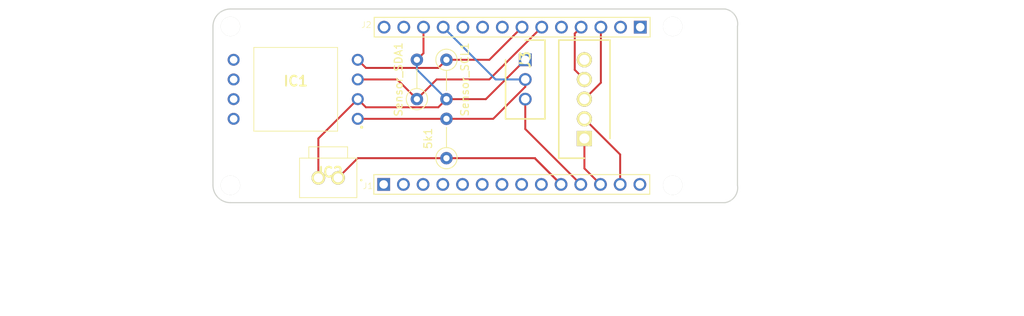
<source format=kicad_pcb>
(kicad_pcb (version 20171130) (host pcbnew "(5.1.6)-1")

  (general
    (thickness 1.6)
    (drawings 43)
    (tracks 46)
    (zones 0)
    (modules 18)
    (nets 34)
  )

  (page A4)
  (title_block
    (title "MKR Shield")
    (date 2018-07-31)
    (rev 0.1)
    (company "Electronic Cats")
  )

  (layers
    (0 Top signal)
    (1 LFSignals signal hide)
    (2 POWER signal)
    (31 Bottom signal)
    (32 B.Adhes user)
    (33 F.Adhes user)
    (34 B.Paste user)
    (35 F.Paste user)
    (36 B.SilkS user)
    (37 F.SilkS user)
    (38 B.Mask user)
    (39 F.Mask user)
    (40 Dwgs.User user hide)
    (41 Cmts.User user)
    (42 Eco1.User user)
    (43 Eco2.User user)
    (44 Edge.Cuts user)
    (45 Margin user)
    (46 B.CrtYd user)
    (47 F.CrtYd user)
    (48 B.Fab user)
    (49 F.Fab user)
  )

  (setup
    (last_trace_width 0.25)
    (trace_clearance 0.127)
    (zone_clearance 0.508)
    (zone_45_only no)
    (trace_min 0.2)
    (via_size 0.8)
    (via_drill 0.4)
    (via_min_size 0.4)
    (via_min_drill 0.3)
    (uvia_size 0.3)
    (uvia_drill 0.1)
    (uvias_allowed no)
    (uvia_min_size 0.2)
    (uvia_min_drill 0.1)
    (edge_width 0.15)
    (segment_width 0.2)
    (pcb_text_width 0.3)
    (pcb_text_size 1.5 1.5)
    (mod_edge_width 0.15)
    (mod_text_size 1 1)
    (mod_text_width 0.15)
    (pad_size 1.65 1.65)
    (pad_drill 1.1)
    (pad_to_mask_clearance 0.2)
    (solder_mask_min_width 0.25)
    (aux_axis_origin 0 0)
    (visible_elements 7FFFFFFF)
    (pcbplotparams
      (layerselection 0x010fc_fffffff9)
      (usegerberextensions true)
      (usegerberattributes false)
      (usegerberadvancedattributes false)
      (creategerberjobfile false)
      (excludeedgelayer true)
      (linewidth 0.100000)
      (plotframeref false)
      (viasonmask false)
      (mode 1)
      (useauxorigin false)
      (hpglpennumber 1)
      (hpglpenspeed 20)
      (hpglpendiameter 15.000000)
      (psnegative false)
      (psa4output false)
      (plotreference true)
      (plotvalue true)
      (plotinvisibletext false)
      (padsonsilk false)
      (subtractmaskfromsilk false)
      (outputformat 1)
      (mirror false)
      (drillshape 0)
      (scaleselection 1)
      (outputdirectory "../ManometerGerberFilesV2/"))
  )

  (net 0 "")
  (net 1 GND)
  (net 2 /RESET)
  (net 3 "Net-(5k1-Pad1)")
  (net 4 "Net-(IC1-Pad8)")
  (net 5 "Net-(IC1-Pad7)")
  (net 6 "Net-(IC1-Pad6)")
  (net 7 "Net-(IC1-Pad5)")
  (net 8 "Net-(IC1-Pad4)")
  (net 9 "Net-(IC1-Pad3)")
  (net 10 "Net-(IC1-Pad2)")
  (net 11 "Net-(J4-Pad5)")
  (net 12 "Net-(J1-Pad1)")
  (net 13 "Net-(J1-Pad2)")
  (net 14 "Net-(J1-Pad3)")
  (net 15 "Net-(J1-Pad4)")
  (net 16 "Net-(J1-Pad5)")
  (net 17 "Net-(J1-Pad6)")
  (net 18 "Net-(J1-Pad7)")
  (net 19 "Net-(J1-Pad8)")
  (net 20 "Net-(J1-Pad9)")
  (net 21 "Net-(J1-Pad12)")
  (net 22 "Net-(J1-Pad13)")
  (net 23 "Net-(J2-Pad14)")
  (net 24 "Net-(J2-Pad13)")
  (net 25 "Net-(J2-Pad9)")
  (net 26 "Net-(J2-Pad8)")
  (net 27 "Net-(J2-Pad5)")
  (net 28 "Net-(J2-Pad4)")
  (net 29 "Net-(J2-Pad3)")
  (net 30 "Net-(J2-Pad2)")
  (net 31 "Net-(J2-Pad1)")
  (net 32 "Net-(J1-Pad14)")
  (net 33 "Net-(J1-Pad11)")

  (net_class Default "This is the default net class."
    (clearance 0.127)
    (trace_width 0.25)
    (via_dia 0.8)
    (via_drill 0.4)
    (uvia_dia 0.3)
    (uvia_drill 0.1)
    (add_net /RESET)
    (add_net GND)
    (add_net "Net-(5k1-Pad1)")
    (add_net "Net-(IC1-Pad2)")
    (add_net "Net-(IC1-Pad3)")
    (add_net "Net-(IC1-Pad4)")
    (add_net "Net-(IC1-Pad5)")
    (add_net "Net-(IC1-Pad6)")
    (add_net "Net-(IC1-Pad7)")
    (add_net "Net-(IC1-Pad8)")
    (add_net "Net-(J1-Pad1)")
    (add_net "Net-(J1-Pad11)")
    (add_net "Net-(J1-Pad12)")
    (add_net "Net-(J1-Pad13)")
    (add_net "Net-(J1-Pad14)")
    (add_net "Net-(J1-Pad2)")
    (add_net "Net-(J1-Pad3)")
    (add_net "Net-(J1-Pad4)")
    (add_net "Net-(J1-Pad5)")
    (add_net "Net-(J1-Pad6)")
    (add_net "Net-(J1-Pad7)")
    (add_net "Net-(J1-Pad8)")
    (add_net "Net-(J1-Pad9)")
    (add_net "Net-(J2-Pad1)")
    (add_net "Net-(J2-Pad13)")
    (add_net "Net-(J2-Pad14)")
    (add_net "Net-(J2-Pad2)")
    (add_net "Net-(J2-Pad3)")
    (add_net "Net-(J2-Pad4)")
    (add_net "Net-(J2-Pad5)")
    (add_net "Net-(J2-Pad8)")
    (add_net "Net-(J2-Pad9)")
    (add_net "Net-(J4-Pad5)")
  )

  (module Resistor_THT:R_Axial_DIN0207_L6.3mm_D2.5mm_P5.08mm_Vertical (layer Top) (tedit 5AE5139B) (tstamp 5ECEC90E)
    (at 140.97 104.14 90)
    (descr "Resistor, Axial_DIN0207 series, Axial, Vertical, pin pitch=5.08mm, 0.25W = 1/4W, length*diameter=6.3*2.5mm^2, http://cdn-reichelt.de/documents/datenblatt/B400/1_4W%23YAG.pdf")
    (tags "Resistor Axial_DIN0207 series Axial Vertical pin pitch 5.08mm 0.25W = 1/4W length 6.3mm diameter 2.5mm")
    (path /5ECD839E)
    (fp_text reference Sensor_SDA1 (at 2.54 -2.37 90) (layer F.SilkS)
      (effects (font (size 1 1) (thickness 0.15)))
    )
    (fp_text value 1k (at 2.54 2.37 90) (layer F.Fab)
      (effects (font (size 1 1) (thickness 0.15)))
    )
    (fp_line (start 6.13 -1.5) (end -1.5 -1.5) (layer F.CrtYd) (width 0.05))
    (fp_line (start 6.13 1.5) (end 6.13 -1.5) (layer F.CrtYd) (width 0.05))
    (fp_line (start -1.5 1.5) (end 6.13 1.5) (layer F.CrtYd) (width 0.05))
    (fp_line (start -1.5 -1.5) (end -1.5 1.5) (layer F.CrtYd) (width 0.05))
    (fp_line (start 1.37 0) (end 3.98 0) (layer F.SilkS) (width 0.12))
    (fp_line (start 0 0) (end 5.08 0) (layer F.Fab) (width 0.1))
    (fp_circle (center 0 0) (end 1.37 0) (layer F.SilkS) (width 0.12))
    (fp_circle (center 0 0) (end 1.25 0) (layer F.Fab) (width 0.1))
    (fp_text user %R (at 2.54 -2.37 90) (layer F.Fab)
      (effects (font (size 1 1) (thickness 0.15)))
    )
    (pad 2 thru_hole oval (at 5.08 0 90) (size 1.6 1.6) (drill 0.8) (layers *.Cu *.Mask)
      (net 10 "Net-(IC1-Pad2)"))
    (pad 1 thru_hole circle (at 0 0 90) (size 1.6 1.6) (drill 0.8) (layers *.Cu *.Mask)
      (net 9 "Net-(IC1-Pad3)"))
    (model ${KISYS3DMOD}/Resistor_THT.3dshapes/R_Axial_DIN0207_L6.3mm_D2.5mm_P5.08mm_Vertical.wrl
      (at (xyz 0 0 0))
      (scale (xyz 1 1 1))
      (rotate (xyz 0 0 0))
    )
  )

  (module Resistor_THT:R_Axial_DIN0207_L6.3mm_D2.5mm_P5.08mm_Vertical (layer Top) (tedit 5AE5139B) (tstamp 5ECEDFE8)
    (at 144.78 99.06 270)
    (descr "Resistor, Axial_DIN0207 series, Axial, Vertical, pin pitch=5.08mm, 0.25W = 1/4W, length*diameter=6.3*2.5mm^2, http://cdn-reichelt.de/documents/datenblatt/B400/1_4W%23YAG.pdf")
    (tags "Resistor Axial_DIN0207 series Axial Vertical pin pitch 5.08mm 0.25W = 1/4W length 6.3mm diameter 2.5mm")
    (path /5ECD88FD)
    (fp_text reference Sensor_SCL1 (at 2.54 -2.37 90) (layer F.SilkS)
      (effects (font (size 1 1) (thickness 0.15)))
    )
    (fp_text value 1k (at 2.54 2.37 90) (layer F.Fab)
      (effects (font (size 1 1) (thickness 0.15)))
    )
    (fp_line (start 6.13 -1.5) (end -1.5 -1.5) (layer F.CrtYd) (width 0.05))
    (fp_line (start 6.13 1.5) (end 6.13 -1.5) (layer F.CrtYd) (width 0.05))
    (fp_line (start -1.5 1.5) (end 6.13 1.5) (layer F.CrtYd) (width 0.05))
    (fp_line (start -1.5 -1.5) (end -1.5 1.5) (layer F.CrtYd) (width 0.05))
    (fp_line (start 1.37 0) (end 3.98 0) (layer F.SilkS) (width 0.12))
    (fp_line (start 0 0) (end 5.08 0) (layer F.Fab) (width 0.1))
    (fp_circle (center 0 0) (end 1.37 0) (layer F.SilkS) (width 0.12))
    (fp_circle (center 0 0) (end 1.25 0) (layer F.Fab) (width 0.1))
    (fp_text user %R (at 2.54 -2.37 90) (layer F.Fab)
      (effects (font (size 1 1) (thickness 0.15)))
    )
    (pad 2 thru_hole oval (at 5.08 0 270) (size 1.6 1.6) (drill 0.8) (layers *.Cu *.Mask)
      (net 10 "Net-(IC1-Pad2)"))
    (pad 1 thru_hole circle (at 0 0 270) (size 1.6 1.6) (drill 0.8) (layers *.Cu *.Mask)
      (net 8 "Net-(IC1-Pad4)"))
    (model ${KISYS3DMOD}/Resistor_THT.3dshapes/R_Axial_DIN0207_L6.3mm_D2.5mm_P5.08mm_Vertical.wrl
      (at (xyz 0 0 0))
      (scale (xyz 1 1 1))
      (rotate (xyz 0 0 0))
    )
  )

  (module Resistor_THT:R_Axial_DIN0207_L6.3mm_D2.5mm_P5.08mm_Vertical (layer Top) (tedit 5AE5139B) (tstamp 5ECD61BE)
    (at 144.78 111.76 90)
    (descr "Resistor, Axial_DIN0207 series, Axial, Vertical, pin pitch=5.08mm, 0.25W = 1/4W, length*diameter=6.3*2.5mm^2, http://cdn-reichelt.de/documents/datenblatt/B400/1_4W%23YAG.pdf")
    (tags "Resistor Axial_DIN0207 series Axial Vertical pin pitch 5.08mm 0.25W = 1/4W length 6.3mm diameter 2.5mm")
    (path /5ECE6B9D)
    (fp_text reference 5k1 (at 2.54 -2.37 90) (layer F.SilkS)
      (effects (font (size 1 1) (thickness 0.15)))
    )
    (fp_text value Button_Resistor (at 2.54 2.37 90) (layer F.Fab)
      (effects (font (size 1 1) (thickness 0.15)))
    )
    (fp_line (start 6.13 -1.5) (end -1.5 -1.5) (layer F.CrtYd) (width 0.05))
    (fp_line (start 6.13 1.5) (end 6.13 -1.5) (layer F.CrtYd) (width 0.05))
    (fp_line (start -1.5 1.5) (end 6.13 1.5) (layer F.CrtYd) (width 0.05))
    (fp_line (start -1.5 -1.5) (end -1.5 1.5) (layer F.CrtYd) (width 0.05))
    (fp_line (start 1.37 0) (end 3.98 0) (layer F.SilkS) (width 0.12))
    (fp_line (start 0 0) (end 5.08 0) (layer F.Fab) (width 0.1))
    (fp_circle (center 0 0) (end 1.37 0) (layer F.SilkS) (width 0.12))
    (fp_circle (center 0 0) (end 1.25 0) (layer F.Fab) (width 0.1))
    (fp_text user %R (at 2.54 -2.37 90) (layer F.Fab)
      (effects (font (size 1 1) (thickness 0.15)))
    )
    (pad 2 thru_hole oval (at 5.08 0 90) (size 1.6 1.6) (drill 0.8) (layers *.Cu *.Mask)
      (net 1 GND))
    (pad 1 thru_hole circle (at 0 0 90) (size 1.6 1.6) (drill 0.8) (layers *.Cu *.Mask)
      (net 3 "Net-(5k1-Pad1)"))
    (model ${KISYS3DMOD}/Resistor_THT.3dshapes/R_Axial_DIN0207_L6.3mm_D2.5mm_P5.08mm_Vertical.wrl
      (at (xyz 0 0 0))
      (scale (xyz 1 1 1))
      (rotate (xyz 0 0 0))
    )
  )

  (module SamacSys_Parts:SHDR3W89P0X254_1X3_1017X508X1143P (layer Top) (tedit 0) (tstamp 5ECD6273)
    (at 154.94 99.06 270)
    (descr 70543-0037)
    (tags Connector)
    (path /5ECC5828)
    (fp_text reference J3 (at 0 0 90) (layer F.SilkS)
      (effects (font (size 1.27 1.27) (thickness 0.254)))
    )
    (fp_text value 70543-0037 (at 0 0 90) (layer F.SilkS) hide
      (effects (font (size 1.27 1.27) (thickness 0.254)))
    )
    (fp_line (start -2.54 -2.54) (end -2.54 0) (layer F.SilkS) (width 0.2))
    (fp_line (start 7.63 -2.54) (end -2.54 -2.54) (layer F.SilkS) (width 0.2))
    (fp_line (start 7.63 2.54) (end 7.63 -2.54) (layer F.SilkS) (width 0.2))
    (fp_line (start 0 2.54) (end 7.63 2.54) (layer F.SilkS) (width 0.2))
    (fp_line (start 7.63 2.54) (end -2.54 2.54) (layer F.Fab) (width 0.1))
    (fp_line (start 7.63 -2.54) (end 7.63 2.54) (layer F.Fab) (width 0.1))
    (fp_line (start -2.54 -2.54) (end 7.63 -2.54) (layer F.Fab) (width 0.1))
    (fp_line (start -2.54 2.54) (end -2.54 -2.54) (layer F.Fab) (width 0.1))
    (fp_line (start 7.88 2.79) (end -2.79 2.79) (layer F.CrtYd) (width 0.05))
    (fp_line (start 7.88 -2.79) (end 7.88 2.79) (layer F.CrtYd) (width 0.05))
    (fp_line (start -2.79 -2.79) (end 7.88 -2.79) (layer F.CrtYd) (width 0.05))
    (fp_line (start -2.79 2.79) (end -2.79 -2.79) (layer F.CrtYd) (width 0.05))
    (fp_text user %R (at 0 0 90) (layer F.Fab)
      (effects (font (size 1.27 1.27) (thickness 0.254)))
    )
    (pad 3 thru_hole circle (at 5.08 0 270) (size 1.65 1.65) (drill 1.1) (layers *.Cu *.Mask)
      (net 33 "Net-(J1-Pad11)"))
    (pad 2 thru_hole circle (at 2.54 0 270) (size 1.65 1.65) (drill 1.1) (layers *.Cu *.Mask)
      (net 1 GND))
    (pad 1 thru_hole rect (at 0 0 270) (size 1.65 1.65) (drill 1.1) (layers *.Cu *.Mask)
      (net 10 "Net-(IC1-Pad2)"))
    (model C:\SamacSys_PCB_Library\KiCad\SamacSys_Parts.3dshapes\70543-0037.stp
      (at (xyz 0 0 0))
      (scale (xyz 1 1 1))
      (rotate (xyz 0 0 0))
    )
  )

  (module 171971-0102:1719710102 (layer Top) (tedit 5ECC5198) (tstamp 5ECD6207)
    (at 130.81 114.3)
    (descr 171971-0102-1)
    (tags "Integrated Circuit")
    (path /5ECCB13E)
    (fp_text reference IC2 (at -0.965 -0.725) (layer F.SilkS)
      (effects (font (size 1.27 1.27) (thickness 0.254)))
    )
    (fp_text value 171971-0102 (at -0.965 -0.725) (layer F.SilkS) hide
      (effects (font (size 1.27 1.27) (thickness 0.254)))
    )
    (fp_line (start 1.23 -4) (end 1.23 -2.55) (layer F.SilkS) (width 0.1))
    (fp_line (start -3.77 -4) (end 1.23 -4) (layer F.SilkS) (width 0.1))
    (fp_line (start -3.77 -2.55) (end -3.77 -4) (layer F.SilkS) (width 0.1))
    (fp_line (start 3.03 0.3) (end 3.03 0.3) (layer F.SilkS) (width 0.2))
    (fp_line (start 2.93 0.3) (end 2.93 0.3) (layer F.SilkS) (width 0.2))
    (fp_line (start 1.23 -4) (end 1.23 -2.5) (layer Dwgs.User) (width 0.2))
    (fp_line (start -3.77 -4) (end 1.23 -4) (layer Dwgs.User) (width 0.2))
    (fp_line (start -3.77 -2.5) (end -3.77 -4) (layer Dwgs.User) (width 0.2))
    (fp_line (start -5.96 3.55) (end -5.96 -5) (layer Dwgs.User) (width 0.1))
    (fp_line (start 4.03 3.55) (end -5.96 3.55) (layer Dwgs.User) (width 0.1))
    (fp_line (start 4.03 -5) (end 4.03 3.55) (layer Dwgs.User) (width 0.1))
    (fp_line (start -5.96 -5) (end 4.03 -5) (layer Dwgs.User) (width 0.1))
    (fp_line (start -5.96 3.55) (end -5.96 -5) (layer Dwgs.User) (width 0.1))
    (fp_line (start 4.03 3.55) (end -5.96 3.55) (layer Dwgs.User) (width 0.1))
    (fp_line (start 4.03 -5) (end 4.03 3.55) (layer Dwgs.User) (width 0.1))
    (fp_line (start -5.96 -5) (end 4.03 -5) (layer Dwgs.User) (width 0.1))
    (fp_line (start -4.96 2.55) (end -4.96 -2.55) (layer F.SilkS) (width 0.1))
    (fp_line (start 2.42 2.55) (end -4.96 2.55) (layer F.SilkS) (width 0.1))
    (fp_line (start 2.42 -2.55) (end 2.42 2.55) (layer F.SilkS) (width 0.1))
    (fp_line (start -4.96 -2.55) (end 2.42 -2.55) (layer F.SilkS) (width 0.1))
    (fp_line (start -4.96 2.55) (end -4.96 -2.55) (layer Dwgs.User) (width 0.2))
    (fp_line (start 2.42 2.55) (end -4.96 2.55) (layer Dwgs.User) (width 0.2))
    (fp_line (start 2.42 -2.55) (end 2.42 2.55) (layer Dwgs.User) (width 0.2))
    (fp_line (start -4.96 -2.55) (end 2.42 -2.55) (layer Dwgs.User) (width 0.2))
    (fp_arc (start 2.98 0.3) (end 2.93 0.3) (angle -180) (layer F.SilkS) (width 0.2))
    (fp_arc (start 2.98 0.3) (end 3.03 0.3) (angle -180) (layer F.SilkS) (width 0.2))
    (pad 1 thru_hole circle (at 0 0 90) (size 1.755 1.755) (drill 1.17) (layers *.Cu *.Mask F.SilkS)
      (net 3 "Net-(5k1-Pad1)"))
    (pad 2 thru_hole circle (at -2.54 0 90) (size 1.755 1.755) (drill 1.17) (layers *.Cu *.Mask F.SilkS)
      (net 10 "Net-(IC1-Pad2)"))
  )

  (module 70543-0004:SHDR5W109P0X254_1X5_1525X660X1143P (layer Top) (tedit 5ECC4BBF) (tstamp 5ECD6288)
    (at 162.56 109.22 90)
    (descr 70543-0004hjv)
    (tags Connector)
    (path /5ECC90E8)
    (fp_text reference J4 (at 0 0 90) (layer F.SilkS)
      (effects (font (size 1.27 1.27) (thickness 0.254)))
    )
    (fp_text value 70543-0004 (at 0 0 90) (layer F.SilkS) hide
      (effects (font (size 1.27 1.27) (thickness 0.254)))
    )
    (fp_line (start -2.795 3.55) (end -2.795 -3.55) (layer Dwgs.User) (width 0.05))
    (fp_line (start -2.795 -3.55) (end 12.955 -3.55) (layer Dwgs.User) (width 0.05))
    (fp_line (start 12.955 -3.55) (end 12.955 3.55) (layer Dwgs.User) (width 0.05))
    (fp_line (start 12.955 3.55) (end -2.795 3.55) (layer Dwgs.User) (width 0.05))
    (fp_line (start -2.545 3.3) (end -2.545 -3.3) (layer Dwgs.User) (width 0.1))
    (fp_line (start -2.545 -3.3) (end 12.705 -3.3) (layer Dwgs.User) (width 0.1))
    (fp_line (start 12.705 -3.3) (end 12.705 3.3) (layer Dwgs.User) (width 0.1))
    (fp_line (start 12.705 3.3) (end -2.545 3.3) (layer Dwgs.User) (width 0.1))
    (fp_line (start 0 3.3) (end 12.705 3.3) (layer F.SilkS) (width 0.2))
    (fp_line (start 12.705 3.3) (end 12.705 -3.3) (layer F.SilkS) (width 0.2))
    (fp_line (start 12.705 -3.3) (end -2.545 -3.3) (layer F.SilkS) (width 0.2))
    (fp_line (start -2.545 -3.3) (end -2.545 0) (layer F.SilkS) (width 0.2))
    (pad 5 thru_hole circle (at 10.16 0 180) (size 1.95 1.95) (drill 1.3) (layers *.Cu *.Mask F.SilkS)
      (net 11 "Net-(J4-Pad5)"))
    (pad 4 thru_hole circle (at 7.62 0 180) (size 1.95 1.95) (drill 1.3) (layers *.Cu *.Mask F.SilkS)
      (net 28 "Net-(J2-Pad4)"))
    (pad 3 thru_hole circle (at 5.08 0 180) (size 1.95 1.95) (drill 1.3) (layers *.Cu *.Mask F.SilkS)
      (net 29 "Net-(J2-Pad3)"))
    (pad 2 thru_hole circle (at 2.54 0 180) (size 1.95 1.95) (drill 1.3) (layers *.Cu *.Mask F.SilkS)
      (net 22 "Net-(J1-Pad13)"))
    (pad 1 thru_hole rect (at 0 0 180) (size 1.95 1.95) (drill 1.3) (layers *.Cu *.Mask F.SilkS)
      (net 21 "Net-(J1-Pad12)"))
  )

  (module SamacSys_Parts:DLHRL10DE1BDCNAV8 (layer Top) (tedit 0) (tstamp 5ECEEFA0)
    (at 133.35 106.68 180)
    (descr DLHR-L10D-E1BD-C-NAV8-1)
    (tags "Integrated Circuit")
    (path /5ECC67F9)
    (fp_text reference IC1 (at 8 4.865) (layer F.SilkS)
      (effects (font (size 1.27 1.27) (thickness 0.254)))
    )
    (fp_text value DLHR-L10D-E1BD-C-NAV8 (at 8 4.865) (layer F.SilkS) hide
      (effects (font (size 1.27 1.27) (thickness 0.254)))
    )
    (fp_line (start -0.5 -0.99) (end -0.5 -0.99) (layer F.SilkS) (width 0.2))
    (fp_line (start -0.5 -1.19) (end -0.5 -1.19) (layer F.SilkS) (width 0.2))
    (fp_line (start -1.27 12.77) (end -1.27 -3.04) (layer F.CrtYd) (width 0.1))
    (fp_line (start 17.27 12.77) (end -1.27 12.77) (layer F.CrtYd) (width 0.1))
    (fp_line (start 17.27 -3.04) (end 17.27 12.77) (layer F.CrtYd) (width 0.1))
    (fp_line (start -1.27 -3.04) (end 17.27 -3.04) (layer F.CrtYd) (width 0.1))
    (fp_line (start 2.6 9.21) (end 2.6 -1.59) (layer F.SilkS) (width 0.1))
    (fp_line (start 13.4 9.21) (end 2.6 9.21) (layer F.SilkS) (width 0.1))
    (fp_line (start 13.4 -1.59) (end 13.4 9.21) (layer F.SilkS) (width 0.1))
    (fp_line (start 2.6 -1.59) (end 13.4 -1.59) (layer F.SilkS) (width 0.1))
    (fp_line (start 2.6 9.21) (end 2.6 -1.59) (layer F.Fab) (width 0.2))
    (fp_line (start 13.4 9.21) (end 2.6 9.21) (layer F.Fab) (width 0.2))
    (fp_line (start 13.4 -1.59) (end 13.4 9.21) (layer F.Fab) (width 0.2))
    (fp_line (start 2.6 -1.59) (end 13.4 -1.59) (layer F.Fab) (width 0.2))
    (fp_line (start 5.455 12.27) (end 5.455 10.16) (layer F.Fab) (width 0.2))
    (fp_line (start 7.695 12.27) (end 5.455 12.27) (layer F.Fab) (width 0.2))
    (fp_line (start 7.695 10.16) (end 7.695 12.27) (layer F.Fab) (width 0.2))
    (fp_line (start 5.455 10.16) (end 7.695 10.16) (layer F.Fab) (width 0.2))
    (fp_line (start 8.805 12.27) (end 8.805 10.16) (layer F.Fab) (width 0.2))
    (fp_line (start 11.045 12.27) (end 8.805 12.27) (layer F.Fab) (width 0.2))
    (fp_line (start 11.045 10.16) (end 11.045 12.27) (layer F.Fab) (width 0.2))
    (fp_line (start 8.805 10.16) (end 11.045 10.16) (layer F.Fab) (width 0.2))
    (fp_line (start 0.125 10.16) (end 0.125 -2.54) (layer F.Fab) (width 0.2))
    (fp_line (start 15.875 10.16) (end 0.125 10.16) (layer F.Fab) (width 0.2))
    (fp_line (start 15.875 -2.54) (end 15.875 10.16) (layer F.Fab) (width 0.2))
    (fp_line (start 0.125 -2.54) (end 15.875 -2.54) (layer F.Fab) (width 0.2))
    (fp_arc (start -0.5 -1.09) (end -0.5 -0.99) (angle -180) (layer F.SilkS) (width 0.2))
    (fp_arc (start -0.5 -1.09) (end -0.5 -1.19) (angle -180) (layer F.SilkS) (width 0.2))
    (fp_text user %R (at 8 4.865) (layer F.Fab)
      (effects (font (size 1.27 1.27) (thickness 0.254)))
    )
    (pad 8 thru_hole circle (at 16 0 180) (size 1.541 1.541) (drill 0.9906) (layers *.Cu *.Mask)
      (net 4 "Net-(IC1-Pad8)"))
    (pad 7 thru_hole circle (at 16 2.54 180) (size 1.541 1.541) (drill 0.9906) (layers *.Cu *.Mask)
      (net 5 "Net-(IC1-Pad7)"))
    (pad 6 thru_hole circle (at 16 5.08 180) (size 1.541 1.541) (drill 0.9906) (layers *.Cu *.Mask)
      (net 6 "Net-(IC1-Pad6)"))
    (pad 5 thru_hole circle (at 16 7.62 180) (size 1.541 1.541) (drill 0.9906) (layers *.Cu *.Mask)
      (net 7 "Net-(IC1-Pad5)"))
    (pad 4 thru_hole circle (at 0 7.62 180) (size 1.541 1.541) (drill 0.9906) (layers *.Cu *.Mask)
      (net 8 "Net-(IC1-Pad4)"))
    (pad 3 thru_hole circle (at 0 5.08 180) (size 1.541 1.541) (drill 0.9906) (layers *.Cu *.Mask)
      (net 9 "Net-(IC1-Pad3)"))
    (pad 2 thru_hole circle (at 0 2.54 180) (size 1.541 1.541) (drill 0.9906) (layers *.Cu *.Mask)
      (net 10 "Net-(IC1-Pad2)"))
    (pad 1 thru_hole circle (at 0 0 180) (size 1.541 1.541) (drill 0.9906) (layers *.Cu *.Mask)
      (net 1 GND))
    (model C:\SamacSys_PCB_Library\KiCad\SamacSys_Parts.3dshapes\DLHR-L10D-E1BD-C-NAV8.stp
      (at (xyz 0 0 0))
      (scale (xyz 1 1 1))
      (rotate (xyz 0 0 0))
    )
  )

  (module "" (layer Top) (tedit 0) (tstamp 0)
    (at 116.937479 115.2536)
    (fp_text reference @HOLE0 (at 0 0) (layer F.SilkS) hide
      (effects (font (size 1.27 1.27) (thickness 0.15)))
    )
    (fp_text value "" (at 0 0) (layer F.SilkS)
      (effects (font (size 1.27 1.27) (thickness 0.15)))
    )
    (pad "" np_thru_hole circle (at 0 0) (size 2.5 2.5) (drill 2.5) (layers *.Cu))
  )

  (module "" (layer Top) (tedit 0) (tstamp 0)
    (at 116.937479 94.7536)
    (fp_text reference @HOLE1 (at 0 0) (layer F.SilkS) hide
      (effects (font (size 1.27 1.27) (thickness 0.15)))
    )
    (fp_text value "" (at 0 0) (layer F.SilkS)
      (effects (font (size 1.27 1.27) (thickness 0.15)))
    )
    (pad "" np_thru_hole circle (at 0 0) (size 2.5 2.5) (drill 2.5) (layers *.Cu))
  )

  (module "" (layer Top) (tedit 0) (tstamp 0)
    (at 173.937479 94.7536)
    (fp_text reference @HOLE2 (at 0 0) (layer F.SilkS) hide
      (effects (font (size 1.27 1.27) (thickness 0.15)))
    )
    (fp_text value "" (at 0 0) (layer F.SilkS)
      (effects (font (size 1.27 1.27) (thickness 0.15)))
    )
    (pad "" np_thru_hole circle (at 0 0) (size 2.5 2.5) (drill 2.5) (layers *.Cu))
  )

  (module "" (layer Top) (tedit 0) (tstamp 0)
    (at 173.937479 115.2536)
    (fp_text reference @HOLE3 (at 0 0) (layer F.SilkS) hide
      (effects (font (size 1.27 1.27) (thickness 0.15)))
    )
    (fp_text value "" (at 0 0) (layer F.SilkS)
      (effects (font (size 1.27 1.27) (thickness 0.15)))
    )
    (pad "" np_thru_hole circle (at 0 0) (size 2.5 2.5) (drill 2.5) (layers *.Cu))
  )

  (module MKRFoxShield_v2:MH_RND_F_2.2MM_NM (layer Top) (tedit 0) (tstamp 5B60DEAE)
    (at 116.937479 115.2536 90)
    (fp_text reference U$5 (at 0 0 90) (layer F.SilkS) hide
      (effects (font (size 1.27 1.27) (thickness 0.15)))
    )
    (fp_text value "" (at 0 0 90) (layer F.SilkS) hide
      (effects (font (size 1.27 1.27) (thickness 0.15)))
    )
    (fp_line (start 0 0.35) (end 0 -0.35) (layer Dwgs.User) (width 0.05))
    (fp_line (start -0.35 0) (end 0.35 0) (layer Dwgs.User) (width 0.05))
    (fp_circle (center 0 0) (end 0.25 0) (layer Dwgs.User) (width 0.05))
    (fp_circle (center 0 0) (end 1.2065 0) (layer Edge.Cuts) (width 0.1))
    (fp_line (start -1.397 1.778) (end 1.778 -1.397) (layer F.Fab) (width 0.1))
    (fp_line (start -1.778 1.397) (end 1.397 -1.778) (layer F.Fab) (width 0.1))
    (fp_line (start -1.397 1.778) (end 1.778 -1.397) (layer F.Fab) (width 0.1))
    (fp_line (start -1.778 1.397) (end 1.397 -1.778) (layer F.Fab) (width 0.1))
    (fp_circle (center 0 0) (end 2.25 0) (layer F.Fab) (width 0.1))
    (fp_poly (pts (xy -1.2065 0) (xy -1.183317 0.235376) (xy -1.114661 0.461708) (xy -1.003168 0.670295)
      (xy -0.853124 0.853124) (xy -0.670295 1.003168) (xy -0.461708 1.114661) (xy 0 1.2065)
      (xy 0.235376 1.183317) (xy 0.461708 1.114661) (xy 0.670295 1.003168) (xy 0.853124 0.853124)
      (xy 1.003168 0.670295) (xy 1.114661 0.461708) (xy 1.2065 0) (xy 1.183317 -0.235376)
      (xy 1.114661 -0.461708) (xy 1.003168 -0.670295) (xy 0.853124 -0.853124) (xy 0.670295 -1.003168)
      (xy 0.461708 -1.114661) (xy 0 -1.2065) (xy -0.235376 -1.183317) (xy -0.461708 -1.114661)
      (xy -0.670295 -1.003168) (xy -0.853124 -0.853124) (xy -1.003168 -0.670295) (xy -1.114661 -0.461708)) (layer B.Mask) (width 0))
    (fp_poly (pts (xy -1.2065 0) (xy -1.183317 0.235376) (xy -1.114661 0.461708) (xy -1.003168 0.670295)
      (xy -0.853124 0.853124) (xy -0.670295 1.003168) (xy -0.461708 1.114661) (xy 0 1.2065)
      (xy 0.235376 1.183317) (xy 0.461708 1.114661) (xy 0.670295 1.003168) (xy 0.853124 0.853124)
      (xy 1.003168 0.670295) (xy 1.114661 0.461708) (xy 1.2065 0) (xy 1.183317 -0.235376)
      (xy 1.114661 -0.461708) (xy 1.003168 -0.670295) (xy 0.853124 -0.853124) (xy 0.670295 -1.003168)
      (xy 0.461708 -1.114661) (xy 0 -1.2065) (xy -0.235376 -1.183317) (xy -0.461708 -1.114661)
      (xy -0.670295 -1.003168) (xy -0.853124 -0.853124) (xy -1.003168 -0.670295) (xy -1.114661 -0.461708)) (layer F.Mask) (width 0))
  )

  (module MKRFoxShield_v2:MH_RND_F_2.2MM_NM (layer Top) (tedit 0) (tstamp 5B60DEBC)
    (at 116.937479 94.7536 90)
    (fp_text reference U$6 (at 0 0 90) (layer F.SilkS) hide
      (effects (font (size 1.27 1.27) (thickness 0.15)))
    )
    (fp_text value "" (at 0 0 90) (layer F.SilkS) hide
      (effects (font (size 1.27 1.27) (thickness 0.15)))
    )
    (fp_line (start 0 0.35) (end 0 -0.35) (layer Dwgs.User) (width 0.05))
    (fp_line (start -0.35 0) (end 0.35 0) (layer Dwgs.User) (width 0.05))
    (fp_circle (center 0 0) (end 0.25 0) (layer Dwgs.User) (width 0.05))
    (fp_circle (center 0 0) (end 1.2065 0) (layer Edge.Cuts) (width 0.1))
    (fp_line (start -1.397 1.778) (end 1.778 -1.397) (layer F.Fab) (width 0.1))
    (fp_line (start -1.778 1.397) (end 1.397 -1.778) (layer F.Fab) (width 0.1))
    (fp_line (start -1.397 1.778) (end 1.778 -1.397) (layer F.Fab) (width 0.1))
    (fp_line (start -1.778 1.397) (end 1.397 -1.778) (layer F.Fab) (width 0.1))
    (fp_circle (center 0 0) (end 2.25 0) (layer F.Fab) (width 0.1))
    (fp_poly (pts (xy -1.2065 0) (xy -1.183317 0.235376) (xy -1.114661 0.461708) (xy -1.003168 0.670295)
      (xy -0.853124 0.853124) (xy -0.670295 1.003168) (xy -0.461708 1.114661) (xy 0 1.2065)
      (xy 0.235376 1.183317) (xy 0.461708 1.114661) (xy 0.670295 1.003168) (xy 0.853124 0.853124)
      (xy 1.003168 0.670295) (xy 1.114661 0.461708) (xy 1.2065 0) (xy 1.183317 -0.235376)
      (xy 1.114661 -0.461708) (xy 1.003168 -0.670295) (xy 0.853124 -0.853124) (xy 0.670295 -1.003168)
      (xy 0.461708 -1.114661) (xy 0 -1.2065) (xy -0.235376 -1.183317) (xy -0.461708 -1.114661)
      (xy -0.670295 -1.003168) (xy -0.853124 -0.853124) (xy -1.003168 -0.670295) (xy -1.114661 -0.461708)) (layer B.Mask) (width 0))
    (fp_poly (pts (xy -1.2065 0) (xy -1.183317 0.235376) (xy -1.114661 0.461708) (xy -1.003168 0.670295)
      (xy -0.853124 0.853124) (xy -0.670295 1.003168) (xy -0.461708 1.114661) (xy 0 1.2065)
      (xy 0.235376 1.183317) (xy 0.461708 1.114661) (xy 0.670295 1.003168) (xy 0.853124 0.853124)
      (xy 1.003168 0.670295) (xy 1.114661 0.461708) (xy 1.2065 0) (xy 1.183317 -0.235376)
      (xy 1.114661 -0.461708) (xy 1.003168 -0.670295) (xy 0.853124 -0.853124) (xy 0.670295 -1.003168)
      (xy 0.461708 -1.114661) (xy 0 -1.2065) (xy -0.235376 -1.183317) (xy -0.461708 -1.114661)
      (xy -0.670295 -1.003168) (xy -0.853124 -0.853124) (xy -1.003168 -0.670295) (xy -1.114661 -0.461708)) (layer F.Mask) (width 0))
  )

  (module MKRFoxShield_v2:MH_RND_F_2.2MM_NM (layer Top) (tedit 0) (tstamp 5B60DECA)
    (at 173.937479 94.7536 90)
    (fp_text reference U$7 (at 0 0 90) (layer F.SilkS) hide
      (effects (font (size 1.27 1.27) (thickness 0.15)))
    )
    (fp_text value "" (at 0 0 90) (layer F.SilkS) hide
      (effects (font (size 1.27 1.27) (thickness 0.15)))
    )
    (fp_line (start 0 0.35) (end 0 -0.35) (layer Dwgs.User) (width 0.05))
    (fp_line (start -0.35 0) (end 0.35 0) (layer Dwgs.User) (width 0.05))
    (fp_circle (center 0 0) (end 0.25 0) (layer Dwgs.User) (width 0.05))
    (fp_circle (center 0 0) (end 1.2065 0) (layer Edge.Cuts) (width 0.1))
    (fp_line (start -1.397 1.778) (end 1.778 -1.397) (layer F.Fab) (width 0.1))
    (fp_line (start -1.778 1.397) (end 1.397 -1.778) (layer F.Fab) (width 0.1))
    (fp_line (start -1.397 1.778) (end 1.778 -1.397) (layer F.Fab) (width 0.1))
    (fp_line (start -1.778 1.397) (end 1.397 -1.778) (layer F.Fab) (width 0.1))
    (fp_circle (center 0 0) (end 2.25 0) (layer F.Fab) (width 0.1))
    (fp_poly (pts (xy -1.2065 0) (xy -1.183317 0.235376) (xy -1.114661 0.461708) (xy -1.003168 0.670295)
      (xy -0.853124 0.853124) (xy -0.670295 1.003168) (xy -0.461708 1.114661) (xy 0 1.2065)
      (xy 0.235376 1.183317) (xy 0.461708 1.114661) (xy 0.670295 1.003168) (xy 0.853124 0.853124)
      (xy 1.003168 0.670295) (xy 1.114661 0.461708) (xy 1.2065 0) (xy 1.183317 -0.235376)
      (xy 1.114661 -0.461708) (xy 1.003168 -0.670295) (xy 0.853124 -0.853124) (xy 0.670295 -1.003168)
      (xy 0.461708 -1.114661) (xy 0 -1.2065) (xy -0.235376 -1.183317) (xy -0.461708 -1.114661)
      (xy -0.670295 -1.003168) (xy -0.853124 -0.853124) (xy -1.003168 -0.670295) (xy -1.114661 -0.461708)) (layer B.Mask) (width 0))
    (fp_poly (pts (xy -1.2065 0) (xy -1.183317 0.235376) (xy -1.114661 0.461708) (xy -1.003168 0.670295)
      (xy -0.853124 0.853124) (xy -0.670295 1.003168) (xy -0.461708 1.114661) (xy 0 1.2065)
      (xy 0.235376 1.183317) (xy 0.461708 1.114661) (xy 0.670295 1.003168) (xy 0.853124 0.853124)
      (xy 1.003168 0.670295) (xy 1.114661 0.461708) (xy 1.2065 0) (xy 1.183317 -0.235376)
      (xy 1.114661 -0.461708) (xy 1.003168 -0.670295) (xy 0.853124 -0.853124) (xy 0.670295 -1.003168)
      (xy 0.461708 -1.114661) (xy 0 -1.2065) (xy -0.235376 -1.183317) (xy -0.461708 -1.114661)
      (xy -0.670295 -1.003168) (xy -0.853124 -0.853124) (xy -1.003168 -0.670295) (xy -1.114661 -0.461708)) (layer F.Mask) (width 0))
  )

  (module MKRFoxShield_v2:MH_RND_F_2.2MM_NM (layer Top) (tedit 0) (tstamp 5B60DED8)
    (at 173.937479 115.2536 90)
    (fp_text reference U$8 (at 0 0 90) (layer F.SilkS) hide
      (effects (font (size 1.27 1.27) (thickness 0.15)))
    )
    (fp_text value "" (at 0 0 90) (layer F.SilkS) hide
      (effects (font (size 1.27 1.27) (thickness 0.15)))
    )
    (fp_line (start 0 0.35) (end 0 -0.35) (layer Dwgs.User) (width 0.05))
    (fp_line (start -0.35 0) (end 0.35 0) (layer Dwgs.User) (width 0.05))
    (fp_circle (center 0 0) (end 0.25 0) (layer Dwgs.User) (width 0.05))
    (fp_circle (center 0 0) (end 1.2065 0) (layer Edge.Cuts) (width 0.1))
    (fp_line (start -1.397 1.778) (end 1.778 -1.397) (layer F.Fab) (width 0.1))
    (fp_line (start -1.778 1.397) (end 1.397 -1.778) (layer F.Fab) (width 0.1))
    (fp_line (start -1.397 1.778) (end 1.778 -1.397) (layer F.Fab) (width 0.1))
    (fp_line (start -1.778 1.397) (end 1.397 -1.778) (layer F.Fab) (width 0.1))
    (fp_circle (center 0 0) (end 2.25 0) (layer F.Fab) (width 0.1))
    (fp_poly (pts (xy -1.2065 0) (xy -1.183317 0.235376) (xy -1.114661 0.461708) (xy -1.003168 0.670295)
      (xy -0.853124 0.853124) (xy -0.670295 1.003168) (xy -0.461708 1.114661) (xy 0 1.2065)
      (xy 0.235376 1.183317) (xy 0.461708 1.114661) (xy 0.670295 1.003168) (xy 0.853124 0.853124)
      (xy 1.003168 0.670295) (xy 1.114661 0.461708) (xy 1.2065 0) (xy 1.183317 -0.235376)
      (xy 1.114661 -0.461708) (xy 1.003168 -0.670295) (xy 0.853124 -0.853124) (xy 0.670295 -1.003168)
      (xy 0.461708 -1.114661) (xy 0 -1.2065) (xy -0.235376 -1.183317) (xy -0.461708 -1.114661)
      (xy -0.670295 -1.003168) (xy -0.853124 -0.853124) (xy -1.003168 -0.670295) (xy -1.114661 -0.461708)) (layer B.Mask) (width 0))
    (fp_poly (pts (xy -1.2065 0) (xy -1.183317 0.235376) (xy -1.114661 0.461708) (xy -1.003168 0.670295)
      (xy -0.853124 0.853124) (xy -0.670295 1.003168) (xy -0.461708 1.114661) (xy 0 1.2065)
      (xy 0.235376 1.183317) (xy 0.461708 1.114661) (xy 0.670295 1.003168) (xy 0.853124 0.853124)
      (xy 1.003168 0.670295) (xy 1.114661 0.461708) (xy 1.2065 0) (xy 1.183317 -0.235376)
      (xy 1.114661 -0.461708) (xy 1.003168 -0.670295) (xy 0.853124 -0.853124) (xy 0.670295 -1.003168)
      (xy 0.461708 -1.114661) (xy 0 -1.2065) (xy -0.235376 -1.183317) (xy -0.461708 -1.114661)
      (xy -0.670295 -1.003168) (xy -0.853124 -0.853124) (xy -1.003168 -0.670295) (xy -1.114661 -0.461708)) (layer F.Mask) (width 0))
  )

  (module MKRFoxShield_v2:FRAME (layer Top) (tedit 0) (tstamp 5B60DEE6)
    (at 87.488917 114.1286)
    (path /5B60DF55/46144B51)
    (fp_text reference FRAME1 (at 0 0) (layer F.SilkS) hide
      (effects (font (size 1.27 1.27) (thickness 0.15)))
    )
    (fp_text value "Page 1" (at 0 0) (layer F.SilkS) hide
      (effects (font (size 1.27 1.27) (thickness 0.15)))
    )
    (fp_text user "Reference Designs ARE PROVIDED \"AS IS\" AND \"WITH ALL FAULTS. Arduino LLC DISCLAIMS ALL OTHER WARRANTIES, EXPRESS OR IMPLIED,\nREGARDING PRODUCTS, INCLUDING BUT NOT LIMITED TO, ANY IMPLIED WARRANTIES OF MERCHANTABILITY OR FITNESS FOR A \nPARTICULAR PURPOSE \nArduino LLC may make changes to specifications and product descriptions at any time, without notice. The Customer must not\nrely on the absence or characteristics of any features or instructions marked \"reserved\" or \"undefined.\" Arduino LLC reserves\nthese for future definition and shall have no responsibility whatsoever for conflicts or incompatibilities arising from future changes to them.\nThe product information on the Web Site or Materials is subject to change without notice. Do not finalize a design with this info" (at 0 17.78) (layer F.Fab)
      (effects (font (size 1.2065 1.2065) (thickness 0.1016)) (justify left bottom))
    )
    (fp_text user "Reference Designs ARE PROVIDED \"AS IS\" AND \"WITH ALL FAULTS. Arduino LLC DISCLAIMS ALL OTHER WARRANTIES, EXPRESS OR IMPLIED,\nREGARDING PRODUCTS, INCLUDING BUT NOT LIMITED TO, ANY IMPLIED WARRANTIES OF MERCHANTABILITY OR FITNESS FOR A \nPARTICULAR PURPOSE \nArduino LLC may make changes to specifications and product descriptions at any time, without notice. The Customer must not\nrely on the absence or characteristics of any features or instructions marked \"reserved\" or \"undefined.\" Arduino LLC reserves\nthese for future definition and shall have no responsibility whatsoever for conflicts or incompatibilities arising from future changes to them.\nThe product information on the Web Site or Materials is subject to change without notice. Do not finalize a design with this info" (at 0 17.78) (layer F.Fab)
      (effects (font (size 1.2065 1.2065) (thickness 0.1016)) (justify left bottom))
    )
  )

  (module Pines:61301411121 (layer Top) (tedit 5951B12C) (tstamp 5C4E740F)
    (at 153.2 115.15)
    (descr "WR-PHD 2.54mm Pin Header, 14 Pins")
    (path /5B6115DB)
    (fp_text reference J1 (at -19.25 0.65) (layer F.SilkS)
      (effects (font (size 0.77216 0.77216) (thickness 0.065024)) (justify left bottom))
    )
    (fp_text value " " (at -2.1552 2.5402) (layer F.SilkS)
      (effects (font (size 0.77216 0.77216) (thickness 0.065024)) (justify left bottom))
    )
    (fp_line (start -17.78 1.27) (end 17.78 1.27) (layer F.SilkS) (width 0.127))
    (fp_line (start 17.78 1.27) (end 17.78 -1.27) (layer F.SilkS) (width 0.127))
    (fp_line (start 17.78 -1.27) (end -17.78 -1.27) (layer F.SilkS) (width 0.127))
    (fp_line (start -17.78 -1.27) (end -17.78 1.27) (layer F.SilkS) (width 0.127))
    (fp_text user 1 (at -17.99 0.5) (layer Cmts.User)
      (effects (font (size 0.77216 0.77216) (thickness 0.065024)) (justify left bottom))
    )
    (pad 1 thru_hole rect (at -16.51 0) (size 1.65 1.65) (drill 1.1) (layers *.Cu *.Mask)
      (net 12 "Net-(J1-Pad1)"))
    (pad 2 thru_hole circle (at -13.97 0) (size 1.65 1.65) (drill 1.1) (layers *.Cu *.Mask)
      (net 13 "Net-(J1-Pad2)"))
    (pad 3 thru_hole circle (at -11.43 0) (size 1.65 1.65) (drill 1.1) (layers *.Cu *.Mask)
      (net 14 "Net-(J1-Pad3)"))
    (pad 4 thru_hole circle (at -8.89 0) (size 1.65 1.65) (drill 1.1) (layers *.Cu *.Mask)
      (net 15 "Net-(J1-Pad4)"))
    (pad 5 thru_hole circle (at -6.35 0) (size 1.65 1.65) (drill 1.1) (layers *.Cu *.Mask)
      (net 16 "Net-(J1-Pad5)"))
    (pad 6 thru_hole circle (at -3.81 0) (size 1.65 1.65) (drill 1.1) (layers *.Cu *.Mask)
      (net 17 "Net-(J1-Pad6)"))
    (pad 7 thru_hole circle (at -1.27 0) (size 1.65 1.65) (drill 1.1) (layers *.Cu *.Mask)
      (net 18 "Net-(J1-Pad7)"))
    (pad 8 thru_hole circle (at 1.27 0) (size 1.65 1.65) (drill 1.1) (layers *.Cu *.Mask)
      (net 19 "Net-(J1-Pad8)"))
    (pad 9 thru_hole circle (at 3.81 0) (size 1.65 1.65) (drill 1.1) (layers *.Cu *.Mask)
      (net 20 "Net-(J1-Pad9)"))
    (pad 10 thru_hole circle (at 6.35 0) (size 1.65 1.65) (drill 1.1) (layers *.Cu *.Mask)
      (net 3 "Net-(5k1-Pad1)"))
    (pad 11 thru_hole circle (at 8.89 0) (size 1.65 1.65) (drill 1.1) (layers *.Cu *.Mask)
      (net 33 "Net-(J1-Pad11)"))
    (pad 12 thru_hole circle (at 11.43 0) (size 1.65 1.65) (drill 1.1) (layers *.Cu *.Mask)
      (net 21 "Net-(J1-Pad12)"))
    (pad 13 thru_hole circle (at 13.97 0) (size 1.65 1.65) (drill 1.1) (layers *.Cu *.Mask)
      (net 22 "Net-(J1-Pad13)"))
    (pad 14 thru_hole circle (at 16.51 0) (size 1.65 1.65) (drill 1.1) (layers *.Cu *.Mask)
      (net 32 "Net-(J1-Pad14)"))
  )

  (module Pines:61301411121 (layer Top) (tedit 5ECEABEC) (tstamp 5ECEBE30)
    (at 153.25 94.85 180)
    (descr "WR-PHD 2.54mm Pin Header, 14 Pins")
    (path /5B6115E2)
    (fp_text reference J2 (at 19.5 -0.15 180) (layer F.SilkS)
      (effects (font (size 0.77216 0.77216) (thickness 0.065024)) (justify left bottom))
    )
    (fp_text value " " (at -2.1552 2.5402 180) (layer F.SilkS)
      (effects (font (size 0.77216 0.77216) (thickness 0.065024)) (justify left bottom))
    )
    (fp_line (start -17.78 -1.27) (end -17.78 1.27) (layer F.SilkS) (width 0.127))
    (fp_line (start 17.78 -1.27) (end -17.78 -1.27) (layer F.SilkS) (width 0.127))
    (fp_line (start 17.78 1.27) (end 17.78 -1.27) (layer F.SilkS) (width 0.127))
    (fp_line (start -17.78 1.27) (end 17.78 1.27) (layer F.SilkS) (width 0.127))
    (fp_text user 1 (at -17.99 0.5 180) (layer Cmts.User)
      (effects (font (size 0.77216 0.77216) (thickness 0.065024)) (justify left bottom))
    )
    (pad 14 thru_hole circle (at 16.51 0 180) (size 1.65 1.65) (drill 1.1) (layers *.Cu *.Mask)
      (net 23 "Net-(J2-Pad14)"))
    (pad 13 thru_hole circle (at 13.97 0 180) (size 1.65 1.65) (drill 1.1) (layers *.Cu *.Mask)
      (net 24 "Net-(J2-Pad13)"))
    (pad 12 thru_hole circle (at 11.43 0 180) (size 1.65 1.65) (drill 1.1) (layers *.Cu *.Mask)
      (net 10 "Net-(IC1-Pad2)"))
    (pad 11 thru_hole circle (at 8.89 0 180) (size 1.65 1.65) (drill 1.1) (layers *.Cu *.Mask)
      (net 1 GND))
    (pad 10 thru_hole circle (at 6.35 0 180) (size 1.65 1.65) (drill 1.1) (layers *.Cu *.Mask)
      (net 2 /RESET))
    (pad 9 thru_hole circle (at 3.81 0 180) (size 1.65 1.65) (drill 1.1) (layers *.Cu *.Mask)
      (net 25 "Net-(J2-Pad9)"))
    (pad 8 thru_hole circle (at 1.27 0 180) (size 1.65 1.65) (drill 1.1) (layers *.Cu *.Mask)
      (net 26 "Net-(J2-Pad8)"))
    (pad 7 thru_hole circle (at -1.27 0 180) (size 1.65 1.65) (drill 1.1) (layers *.Cu *.Mask)
      (net 8 "Net-(IC1-Pad4)"))
    (pad 6 thru_hole circle (at -3.81 0 180) (size 1.65 1.65) (drill 1.1) (layers *.Cu *.Mask)
      (net 9 "Net-(IC1-Pad3)"))
    (pad 5 thru_hole circle (at -6.35 0 180) (size 1.65 1.65) (drill 1.1) (layers *.Cu *.Mask)
      (net 27 "Net-(J2-Pad5)"))
    (pad 4 thru_hole circle (at -8.89 0 180) (size 1.65 1.65) (drill 1.1) (layers *.Cu *.Mask)
      (net 28 "Net-(J2-Pad4)"))
    (pad 3 thru_hole circle (at -11.43 0 180) (size 1.65 1.65) (drill 1.1) (layers *.Cu *.Mask)
      (net 29 "Net-(J2-Pad3)"))
    (pad 2 thru_hole circle (at -13.97 0 180) (size 1.65 1.65) (drill 1.1) (layers *.Cu *.Mask)
      (net 30 "Net-(J2-Pad2)"))
    (pad 1 thru_hole rect (at -16.51 0 180) (size 1.65 1.65) (drill 1.1) (layers *.Cu *.Mask)
      (net 31 "Net-(J2-Pad1)"))
  )

  (gr_line (start 180.687479 117.5036) (end 116.937479 117.5036) (layer Edge.Cuts) (width 0.15) (tstamp C164830))
  (gr_line (start 114.687479 115.2536) (end 114.687479 94.7536) (layer Edge.Cuts) (width 0.15) (tstamp C163BB0))
  (gr_line (start 116.937479 92.5036) (end 180.687479 92.5036) (layer Edge.Cuts) (width 0.15) (tstamp C162CB0))
  (gr_arc (start 116.937479 115.2536) (end 116.937479 117.5036) (angle 90) (layer Edge.Cuts) (width 0.15) (tstamp C1622B0))
  (gr_arc (start 116.937479 94.7536) (end 114.687479 94.7536) (angle 90) (layer Edge.Cuts) (width 0.15) (tstamp C162DF0))
  (gr_arc (start 180.362479 115.5786) (end 182.287479 115.2536) (angle 90) (layer Edge.Cuts) (width 0.15) (tstamp C1636B0))
  (gr_arc (start 180.362479 94.4286) (end 182.287479 94.7536) (angle -90) (layer Edge.Cuts) (width 0.15) (tstamp C162350))
  (gr_line (start 170.987479 92.5536) (end 170.987479 92.5036) (layer Dwgs.User) (width 0.15) (tstamp C163CF0))
  (gr_circle (center 116.937479 115.2536) (end 119.165144 115.2536) (layer Dwgs.User) (width 0.254) (tstamp C163D90))
  (gr_circle (center 116.937479 115.2536) (end 119.165144 115.2536) (layer Dwgs.User) (width 0.254) (tstamp C1628F0))
  (gr_circle (center 116.937479 94.7536) (end 119.165144 94.7536) (layer Dwgs.User) (width 0.254) (tstamp C163750))
  (gr_circle (center 116.937479 94.7536) (end 119.165144 94.7536) (layer Dwgs.User) (width 0.254) (tstamp C162F30))
  (gr_line (start 119.137479 94.7536) (end 119.137479 92.5036) (layer Dwgs.User) (width 0.15) (tstamp C1631B0))
  (gr_line (start 119.137479 92.5036) (end 119.137479 94.7536) (layer Dwgs.User) (width 0.15) (tstamp C163070))
  (gr_line (start 116.837479 96.9536) (end 114.687479 96.9536) (layer Dwgs.User) (width 0.15) (tstamp C162530))
  (gr_line (start 114.687479 96.9536) (end 116.837479 96.9536) (layer Dwgs.User) (width 0.15) (tstamp C1641F0))
  (gr_line (start 116.937479 113.0036) (end 114.687479 113.0036) (layer Dwgs.User) (width 0.15) (tstamp C162E90))
  (gr_line (start 114.687479 113.0036) (end 116.937479 113.0036) (layer Dwgs.User) (width 0.15) (tstamp C163E30))
  (gr_line (start 119.187479 115.2536) (end 119.187479 117.5036) (layer Dwgs.User) (width 0.15) (tstamp C163ED0))
  (gr_line (start 119.187479 117.5036) (end 119.187479 115.2536) (layer Dwgs.User) (width 0.15) (tstamp C164290))
  (gr_line (start 117.487479 107.3036) (end 117.487479 102.6036) (layer Dwgs.User) (width 0.15) (tstamp C162670))
  (gr_line (start 182.287479 115.2536) (end 182.287479 94.7536) (layer Edge.Cuts) (width 0.15) (tstamp C1637F0))
  (gr_line (start 135.487479 92.5036) (end 135.487479 96.1036) (layer Dwgs.User) (width 0.15) (tstamp C162D50))
  (gr_line (start 135.487479 96.1036) (end 142.787479 96.1036) (layer Dwgs.User) (width 0.15) (tstamp C162710))
  (gr_line (start 142.787479 96.1036) (end 142.787479 92.6036) (layer Dwgs.User) (width 0.15) (tstamp C1627B0))
  (gr_line (start 145.987479 92.5036) (end 145.987479 96.1036) (layer Dwgs.User) (width 0.15) (tstamp C162FD0))
  (gr_line (start 145.987479 96.1036) (end 170.987479 96.1036) (layer Dwgs.User) (width 0.15) (tstamp C163110))
  (gr_line (start 135.487479 92.5036) (end 135.487479 96.1036) (layer Dwgs.User) (width 0.15) (tstamp C163250))
  (gr_line (start 135.487479 96.1036) (end 142.787479 96.1036) (layer Dwgs.User) (width 0.15) (tstamp C163890))
  (gr_line (start 142.787479 96.1036) (end 142.787479 92.6036) (layer Dwgs.User) (width 0.15) (tstamp C162850))
  (gr_line (start 145.987479 92.5036) (end 145.987479 96.1036) (layer Dwgs.User) (width 0.15) (tstamp C1632F0))
  (gr_line (start 145.987479 96.1036) (end 170.987479 96.1036) (layer Dwgs.User) (width 0.15) (tstamp C163F70))
  (gr_line (start 170.987479 96.1036) (end 170.987479 92.5036) (layer Dwgs.User) (width 0.15) (tstamp C163390))
  (gr_line (start 135.487479 117.5036) (end 135.487479 113.9036) (layer Dwgs.User) (width 0.15) (tstamp C164010))
  (gr_line (start 135.487479 113.9036) (end 170.987479 113.9036) (layer Dwgs.User) (width 0.15) (tstamp C1655F0))
  (gr_line (start 170.987479 113.9036) (end 170.987479 117.5036) (layer Dwgs.User) (width 0.15) (tstamp C1664F0))
  (gr_line (start 170.987479 96.1036) (end 170.987479 92.5036) (layer Dwgs.User) (width 0.15) (tstamp C1650F0))
  (gr_line (start 170.987479 117.6036) (end 170.987479 113.9036) (layer Dwgs.User) (width 0.15) (tstamp C166090))
  (gr_line (start 170.987479 113.9036) (end 135.487479 113.9036) (layer Dwgs.User) (width 0.15) (tstamp C166310))
  (gr_line (start 135.487479 113.9036) (end 135.487479 117.5036) (layer Dwgs.User) (width 0.15) (tstamp C166DB0))
  (dimension 63.75 (width 0.3) (layer Dwgs.User)
    (gr_text "63.750 mm" (at 148.812479 97.9036) (layer Dwgs.User)
      (effects (font (size 1.5 1.5) (thickness 0.3)))
    )
    (feature1 (pts (xy 116.937479 92.5036) (xy 116.937479 96.390021)))
    (feature2 (pts (xy 180.687479 92.5036) (xy 180.687479 96.390021)))
    (crossbar (pts (xy 180.687479 95.8036) (xy 116.937479 95.8036)))
    (arrow1a (pts (xy 116.937479 95.8036) (xy 118.063983 95.217179)))
    (arrow1b (pts (xy 116.937479 95.8036) (xy 118.063983 96.390021)))
    (arrow2a (pts (xy 180.687479 95.8036) (xy 179.560975 95.217179)))
    (arrow2b (pts (xy 180.687479 95.8036) (xy 179.560975 96.390021)))
  )
  (dimension 20.5 (width 0.3) (layer Dwgs.User)
    (gr_text "20.500 mm" (at 120.987479 105.0036 270) (layer Dwgs.User)
      (effects (font (size 1.5 1.5) (thickness 0.3)))
    )
    (feature1 (pts (xy 114.687479 115.2536) (xy 119.4739 115.2536)))
    (feature2 (pts (xy 114.687479 94.7536) (xy 119.4739 94.7536)))
    (crossbar (pts (xy 118.887479 94.7536) (xy 118.887479 115.2536)))
    (arrow1a (pts (xy 118.887479 115.2536) (xy 118.301058 114.127096)))
    (arrow1b (pts (xy 118.887479 115.2536) (xy 119.4739 114.127096)))
    (arrow2a (pts (xy 118.887479 94.7536) (xy 118.301058 95.880104)))
    (arrow2b (pts (xy 118.887479 94.7536) (xy 119.4739 95.880104)))
  )
  (dimension 20.5 (width 0.3) (layer Dwgs.User)
    (gr_text "20.500 mm" (at 187.687479 105.0036 90) (layer Dwgs.User)
      (effects (font (size 1.5 1.5) (thickness 0.3)))
    )
    (feature1 (pts (xy 173.937479 94.7536) (xy 186.1739 94.7536)))
    (feature2 (pts (xy 173.937479 115.2536) (xy 186.1739 115.2536)))
    (crossbar (pts (xy 185.587479 115.2536) (xy 185.587479 94.7536)))
    (arrow1a (pts (xy 185.587479 94.7536) (xy 186.1739 95.880104)))
    (arrow1b (pts (xy 185.587479 94.7536) (xy 185.001058 95.880104)))
    (arrow2a (pts (xy 185.587479 115.2536) (xy 186.1739 114.127096)))
    (arrow2b (pts (xy 185.587479 115.2536) (xy 185.001058 114.127096)))
  )

  (segment (start 133.35 106.68) (end 146.05 106.68) (width 0.25) (layer Top) (net 1))
  (segment (start 154.94 102.546038) (end 154.94 101.6) (width 0.25) (layer Top) (net 1))
  (segment (start 150.806038 106.68) (end 154.94 102.546038) (width 0.25) (layer Top) (net 1))
  (segment (start 146.05 106.68) (end 150.806038 106.68) (width 0.25) (layer Top) (net 1))
  (segment (start 151.11 101.6) (end 154.94 101.6) (width 0.25) (layer Bottom) (net 1))
  (segment (start 144.36 94.85) (end 151.11 101.6) (width 0.25) (layer Bottom) (net 1))
  (segment (start 156.16 111.76) (end 159.55 115.15) (width 0.25) (layer Top) (net 3))
  (segment (start 133.35 111.76) (end 144.78 111.76) (width 0.25) (layer Top) (net 3))
  (segment (start 130.81 114.3) (end 133.35 111.76) (width 0.25) (layer Top) (net 3))
  (segment (start 144.78 111.76) (end 156.21 111.76) (width 0.25) (layer Top) (net 3))
  (segment (start 156.21 111.81) (end 159.55 115.15) (width 0.25) (layer Top) (net 3))
  (segment (start 156.21 111.76) (end 156.21 111.81) (width 0.25) (layer Top) (net 3))
  (segment (start 150.31 99.06) (end 154.52 94.85) (width 0.25) (layer Top) (net 8))
  (segment (start 144.78 99.06) (end 150.31 99.06) (width 0.25) (layer Top) (net 8))
  (segment (start 133.72701 99.43701) (end 133.35 99.43701) (width 0.25) (layer Top) (net 8))
  (segment (start 134.402001 100.112001) (end 133.72701 99.43701) (width 0.25) (layer Top) (net 8))
  (segment (start 144.78 99.06) (end 143.727999 100.112001) (width 0.25) (layer Top) (net 8))
  (segment (start 143.727999 100.112001) (end 134.402001 100.112001) (width 0.25) (layer Top) (net 8))
  (segment (start 150.31 101.6) (end 157.06 94.85) (width 0.25) (layer Top) (net 9))
  (segment (start 143.51 101.6) (end 150.31 101.6) (width 0.25) (layer Top) (net 9))
  (segment (start 140.97 104.14) (end 143.51 101.6) (width 0.25) (layer Top) (net 9))
  (segment (start 138.43 101.6) (end 140.97 104.14) (width 0.25) (layer Top) (net 9))
  (segment (start 133.35 101.6) (end 138.43 101.6) (width 0.25) (layer Top) (net 9))
  (segment (start 133.35 104.14) (end 134.402001 105.192001) (width 0.25) (layer Top) (net 10))
  (segment (start 141.82 94.83) (end 141.82 94.85) (width 0.25) (layer Top) (net 10))
  (segment (start 149.86 104.14) (end 154.94 99.06) (width 0.25) (layer Top) (net 10))
  (segment (start 141.82 98.21) (end 140.97 99.06) (width 0.25) (layer Top) (net 10))
  (segment (start 141.82 94.85) (end 141.82 98.21) (width 0.25) (layer Top) (net 10))
  (segment (start 143.727999 105.192001) (end 144.78 104.14) (width 0.25) (layer Top) (net 10))
  (segment (start 144.78 104.14) (end 149.86 104.14) (width 0.25) (layer Top) (net 10))
  (segment (start 134.402001 105.192001) (end 143.727999 105.192001) (width 0.25) (layer Top) (net 10))
  (segment (start 140.97 100.33) (end 144.78 104.14) (width 0.25) (layer Bottom) (net 10))
  (segment (start 140.97 99.06) (end 140.97 100.33) (width 0.25) (layer Bottom) (net 10))
  (segment (start 128.27 109.22) (end 128.27 114.3) (width 0.25) (layer Top) (net 10))
  (segment (start 133.35 104.14) (end 128.27 109.22) (width 0.25) (layer Top) (net 10))
  (segment (start 162.56 113.08) (end 164.63 115.15) (width 0.25) (layer Top) (net 21))
  (segment (start 162.56 109.22) (end 162.56 113.08) (width 0.25) (layer Top) (net 21))
  (segment (start 167.17 111.29) (end 167.17 115.15) (width 0.25) (layer Top) (net 22))
  (segment (start 162.56 106.68) (end 167.17 111.29) (width 0.25) (layer Top) (net 22))
  (segment (start 161.315001 100.355001) (end 162.56 101.6) (width 0.25) (layer Top) (net 28))
  (segment (start 161.315001 95.674999) (end 161.315001 100.355001) (width 0.25) (layer Top) (net 28))
  (segment (start 162.14 94.85) (end 161.315001 95.674999) (width 0.25) (layer Top) (net 28))
  (segment (start 164.68 102.02) (end 162.56 104.14) (width 0.25) (layer Top) (net 29))
  (segment (start 164.68 94.85) (end 164.68 102.02) (width 0.25) (layer Top) (net 29))
  (segment (start 154.94 108) (end 162.09 115.15) (width 0.25) (layer Top) (net 33))
  (segment (start 154.94 104.14) (end 154.94 108) (width 0.25) (layer Top) (net 33))

  (zone (net 0) (net_name "") (layer LFSignals) (tstamp 5ECF0C31) (hatch edge 0.508)
    (priority 6)
    (connect_pads (clearance 0))
    (min_thickness 0.254)
    (fill yes (arc_segments 32) (thermal_gap 0.304) (thermal_bridge_width 0.304))
    (polygon
      (pts
        (xy 114.687479 113.0036) (xy 114.687479 96.9536) (xy 119.137479 96.9536) (xy 119.137479 92.5036) (xy 135.487479 92.5036)
        (xy 135.487479 96.5036) (xy 142.787479 96.5036) (xy 142.787479 92.5036) (xy 145.987479 92.5036) (xy 145.987479 96.1036)
        (xy 168.212479 96.1036) (xy 168.212479 112.5036) (xy 168.212479 113.9036) (xy 135.487479 113.9036) (xy 135.487479 117.5036)
        (xy 119.187479 117.5036) (xy 119.187479 113.0036)
      )
    )
    (filled_polygon
      (pts
        (xy 135.360479 96.5036) (xy 135.362919 96.528376) (xy 135.370146 96.552201) (xy 135.381882 96.574157) (xy 135.397676 96.593403)
        (xy 135.416922 96.609197) (xy 135.438878 96.620933) (xy 135.462703 96.62816) (xy 135.487479 96.6306) (xy 142.787479 96.6306)
        (xy 142.812255 96.62816) (xy 142.83608 96.620933) (xy 142.858036 96.609197) (xy 142.877282 96.593403) (xy 142.893076 96.574157)
        (xy 142.904812 96.552201) (xy 142.912039 96.528376) (xy 142.914479 96.5036) (xy 142.914479 94.743728) (xy 143.281 94.743728)
        (xy 143.281 94.956272) (xy 143.322465 95.164733) (xy 143.403802 95.361098) (xy 143.521886 95.537823) (xy 143.672177 95.688114)
        (xy 143.848902 95.806198) (xy 144.045267 95.887535) (xy 144.253728 95.929) (xy 144.466272 95.929) (xy 144.674733 95.887535)
        (xy 144.871098 95.806198) (xy 145.047823 95.688114) (xy 145.198114 95.537823) (xy 145.316198 95.361098) (xy 145.397535 95.164733)
        (xy 145.439 94.956272) (xy 145.439 94.743728) (xy 145.397535 94.535267) (xy 145.316198 94.338902) (xy 145.198114 94.162177)
        (xy 145.047823 94.011886) (xy 144.871098 93.893802) (xy 144.674733 93.812465) (xy 144.466272 93.771) (xy 144.253728 93.771)
        (xy 144.045267 93.812465) (xy 143.848902 93.893802) (xy 143.672177 94.011886) (xy 143.521886 94.162177) (xy 143.403802 94.338902)
        (xy 143.322465 94.535267) (xy 143.281 94.743728) (xy 142.914479 94.743728) (xy 142.914479 92.7056) (xy 145.860479 92.7056)
        (xy 145.860479 94.545251) (xy 145.821 94.743728) (xy 145.821 94.956272) (xy 145.860479 95.154749) (xy 145.860479 96.1036)
        (xy 145.862919 96.128376) (xy 145.870146 96.152201) (xy 145.881882 96.174157) (xy 145.897676 96.193403) (xy 145.916922 96.209197)
        (xy 145.938878 96.220933) (xy 145.962703 96.22816) (xy 145.987479 96.2306) (xy 168.085479 96.2306) (xy 168.085479 113.7766)
        (xy 135.487479 113.7766) (xy 135.462703 113.77904) (xy 135.438878 113.786267) (xy 135.416922 113.798003) (xy 135.397676 113.813797)
        (xy 135.381882 113.833043) (xy 135.370146 113.854999) (xy 135.362919 113.878824) (xy 135.360479 113.9036) (xy 135.360479 117.3016)
        (xy 119.314479 117.3016) (xy 119.314479 114.188557) (xy 127.1385 114.188557) (xy 127.1385 114.411443) (xy 127.181983 114.630046)
        (xy 127.267278 114.835966) (xy 127.391106 115.021289) (xy 127.548711 115.178894) (xy 127.734034 115.302722) (xy 127.939954 115.388017)
        (xy 128.158557 115.4315) (xy 128.381443 115.4315) (xy 128.600046 115.388017) (xy 128.805966 115.302722) (xy 128.991289 115.178894)
        (xy 129.148894 115.021289) (xy 129.272722 114.835966) (xy 129.358017 114.630046) (xy 129.4015 114.411443) (xy 129.4015 114.188557)
        (xy 129.6785 114.188557) (xy 129.6785 114.411443) (xy 129.721983 114.630046) (xy 129.807278 114.835966) (xy 129.931106 115.021289)
        (xy 130.088711 115.178894) (xy 130.274034 115.302722) (xy 130.479954 115.388017) (xy 130.698557 115.4315) (xy 130.921443 115.4315)
        (xy 131.140046 115.388017) (xy 131.345966 115.302722) (xy 131.531289 115.178894) (xy 131.688894 115.021289) (xy 131.812722 114.835966)
        (xy 131.898017 114.630046) (xy 131.9415 114.411443) (xy 131.9415 114.188557) (xy 131.898017 113.969954) (xy 131.812722 113.764034)
        (xy 131.688894 113.578711) (xy 131.531289 113.421106) (xy 131.345966 113.297278) (xy 131.140046 113.211983) (xy 130.921443 113.1685)
        (xy 130.698557 113.1685) (xy 130.479954 113.211983) (xy 130.274034 113.297278) (xy 130.088711 113.421106) (xy 129.931106 113.578711)
        (xy 129.807278 113.764034) (xy 129.721983 113.969954) (xy 129.6785 114.188557) (xy 129.4015 114.188557) (xy 129.358017 113.969954)
        (xy 129.272722 113.764034) (xy 129.148894 113.578711) (xy 128.991289 113.421106) (xy 128.805966 113.297278) (xy 128.600046 113.211983)
        (xy 128.381443 113.1685) (xy 128.158557 113.1685) (xy 127.939954 113.211983) (xy 127.734034 113.297278) (xy 127.548711 113.421106)
        (xy 127.391106 113.578711) (xy 127.267278 113.764034) (xy 127.181983 113.969954) (xy 127.1385 114.188557) (xy 119.314479 114.188557)
        (xy 119.314479 113.0036) (xy 119.312039 112.978824) (xy 119.304812 112.954999) (xy 119.293076 112.933043) (xy 119.277282 112.913797)
        (xy 119.258036 112.898003) (xy 119.23608 112.886267) (xy 119.212255 112.87904) (xy 119.187479 112.8766) (xy 114.889479 112.8766)
        (xy 114.889479 111.65619) (xy 143.726 111.65619) (xy 143.726 111.86381) (xy 143.766504 112.067441) (xy 143.845957 112.259256)
        (xy 143.961305 112.431886) (xy 144.108114 112.578695) (xy 144.280744 112.694043) (xy 144.472559 112.773496) (xy 144.67619 112.814)
        (xy 144.88381 112.814) (xy 145.087441 112.773496) (xy 145.279256 112.694043) (xy 145.451886 112.578695) (xy 145.598695 112.431886)
        (xy 145.714043 112.259256) (xy 145.793496 112.067441) (xy 145.834 111.86381) (xy 145.834 111.65619) (xy 145.793496 111.452559)
        (xy 145.714043 111.260744) (xy 145.598695 111.088114) (xy 145.451886 110.941305) (xy 145.279256 110.825957) (xy 145.087441 110.746504)
        (xy 144.88381 110.706) (xy 144.67619 110.706) (xy 144.472559 110.746504) (xy 144.280744 110.825957) (xy 144.108114 110.941305)
        (xy 143.961305 111.088114) (xy 143.845957 111.260744) (xy 143.766504 111.452559) (xy 143.726 111.65619) (xy 114.889479 111.65619)
        (xy 114.889479 108.245) (xy 161.329772 108.245) (xy 161.329772 110.195) (xy 161.334676 110.244793) (xy 161.3492 110.292672)
        (xy 161.372786 110.336797) (xy 161.404527 110.375473) (xy 161.443203 110.407214) (xy 161.487328 110.4308) (xy 161.535207 110.445324)
        (xy 161.585 110.450228) (xy 163.535 110.450228) (xy 163.584793 110.445324) (xy 163.632672 110.4308) (xy 163.676797 110.407214)
        (xy 163.715473 110.375473) (xy 163.747214 110.336797) (xy 163.7708 110.292672) (xy 163.785324 110.244793) (xy 163.790228 110.195)
        (xy 163.790228 108.245) (xy 163.785324 108.195207) (xy 163.7708 108.147328) (xy 163.747214 108.103203) (xy 163.715473 108.064527)
        (xy 163.676797 108.032786) (xy 163.632672 108.0092) (xy 163.584793 107.994676) (xy 163.535 107.989772) (xy 161.585 107.989772)
        (xy 161.535207 107.994676) (xy 161.487328 108.0092) (xy 161.443203 108.032786) (xy 161.404527 108.064527) (xy 161.372786 108.103203)
        (xy 161.3492 108.147328) (xy 161.334676 108.195207) (xy 161.329772 108.245) (xy 114.889479 108.245) (xy 114.889479 106.579096)
        (xy 116.3255 106.579096) (xy 116.3255 106.780904) (xy 116.364871 106.978836) (xy 116.4421 107.165283) (xy 116.554219 107.333081)
        (xy 116.696919 107.475781) (xy 116.864717 107.5879) (xy 117.051164 107.665129) (xy 117.249096 107.7045) (xy 117.450904 107.7045)
        (xy 117.648836 107.665129) (xy 117.835283 107.5879) (xy 118.003081 107.475781) (xy 118.145781 107.333081) (xy 118.2579 107.165283)
        (xy 118.335129 106.978836) (xy 118.3745 106.780904) (xy 118.3745 106.579096) (xy 132.3255 106.579096) (xy 132.3255 106.780904)
        (xy 132.364871 106.978836) (xy 132.4421 107.165283) (xy 132.554219 107.333081) (xy 132.696919 107.475781) (xy 132.864717 107.5879)
        (xy 133.051164 107.665129) (xy 133.249096 107.7045) (xy 133.450904 107.7045) (xy 133.648836 107.665129) (xy 133.835283 107.5879)
        (xy 134.003081 107.475781) (xy 134.145781 107.333081) (xy 134.2579 107.165283) (xy 134.335129 106.978836) (xy 134.3745 106.780904)
        (xy 134.3745 106.579096) (xy 134.373922 106.57619) (xy 143.726 106.57619) (xy 143.726 106.78381) (xy 143.766504 106.987441)
        (xy 143.845957 107.179256) (xy 143.961305 107.351886) (xy 144.108114 107.498695) (xy 144.280744 107.614043) (xy 144.472559 107.693496)
        (xy 144.67619 107.734) (xy 144.88381 107.734) (xy 145.087441 107.693496) (xy 145.279256 107.614043) (xy 145.451886 107.498695)
        (xy 145.598695 107.351886) (xy 145.714043 107.179256) (xy 145.793496 106.987441) (xy 145.834 106.78381) (xy 145.834 106.57619)
        (xy 145.830572 106.558954) (xy 161.331 106.558954) (xy 161.331 106.801046) (xy 161.378229 107.038486) (xy 161.470874 107.26215)
        (xy 161.605373 107.463442) (xy 161.776558 107.634627) (xy 161.97785 107.769126) (xy 162.201514 107.861771) (xy 162.438954 107.909)
        (xy 162.681046 107.909) (xy 162.918486 107.861771) (xy 163.14215 107.769126) (xy 163.343442 107.634627) (xy 163.514627 107.463442)
        (xy 163.649126 107.26215) (xy 163.741771 107.038486) (xy 163.789 106.801046) (xy 163.789 106.558954) (xy 163.741771 106.321514)
        (xy 163.649126 106.09785) (xy 163.514627 105.896558) (xy 163.343442 105.725373) (xy 163.14215 105.590874) (xy 162.918486 105.498229)
        (xy 162.681046 105.451) (xy 162.438954 105.451) (xy 162.201514 105.498229) (xy 161.97785 105.590874) (xy 161.776558 105.725373)
        (xy 161.605373 105.896558) (xy 161.470874 106.09785) (xy 161.378229 106.321514) (xy 161.331 106.558954) (xy 145.830572 106.558954)
        (xy 145.793496 106.372559) (xy 145.714043 106.180744) (xy 145.598695 106.008114) (xy 145.451886 105.861305) (xy 145.279256 105.745957)
        (xy 145.087441 105.666504) (xy 144.88381 105.626) (xy 144.67619 105.626) (xy 144.472559 105.666504) (xy 144.280744 105.745957)
        (xy 144.108114 105.861305) (xy 143.961305 106.008114) (xy 143.845957 106.180744) (xy 143.766504 106.372559) (xy 143.726 106.57619)
        (xy 134.373922 106.57619) (xy 134.335129 106.381164) (xy 134.2579 106.194717) (xy 134.145781 106.026919) (xy 134.003081 105.884219)
        (xy 133.835283 105.7721) (xy 133.648836 105.694871) (xy 133.450904 105.6555) (xy 133.249096 105.6555) (xy 133.051164 105.694871)
        (xy 132.864717 105.7721) (xy 132.696919 105.884219) (xy 132.554219 106.026919) (xy 132.4421 106.194717) (xy 132.364871 106.381164)
        (xy 132.3255 106.579096) (xy 118.3745 106.579096) (xy 118.335129 106.381164) (xy 118.2579 106.194717) (xy 118.145781 106.026919)
        (xy 118.003081 105.884219) (xy 117.835283 105.7721) (xy 117.648836 105.694871) (xy 117.450904 105.6555) (xy 117.249096 105.6555)
        (xy 117.051164 105.694871) (xy 116.864717 105.7721) (xy 116.696919 105.884219) (xy 116.554219 106.026919) (xy 116.4421 106.194717)
        (xy 116.364871 106.381164) (xy 116.3255 106.579096) (xy 114.889479 106.579096) (xy 114.889479 104.039096) (xy 116.3255 104.039096)
        (xy 116.3255 104.240904) (xy 116.364871 104.438836) (xy 116.4421 104.625283) (xy 116.554219 104.793081) (xy 116.696919 104.935781)
        (xy 116.864717 105.0479) (xy 117.051164 105.125129) (xy 117.249096 105.1645) (xy 117.450904 105.1645) (xy 117.648836 105.125129)
        (xy 117.835283 105.0479) (xy 118.003081 104.935781) (xy 118.145781 104.793081) (xy 118.2579 104.625283) (xy 118.335129 104.438836)
        (xy 118.3745 104.240904) (xy 118.3745 104.039096) (xy 132.3255 104.039096) (xy 132.3255 104.240904) (xy 132.364871 104.438836)
        (xy 132.4421 104.625283) (xy 132.554219 104.793081) (xy 132.696919 104.935781) (xy 132.864717 105.0479) (xy 133.051164 105.125129)
        (xy 133.249096 105.1645) (xy 133.450904 105.1645) (xy 133.648836 105.125129) (xy 133.835283 105.0479) (xy 134.003081 104.935781)
        (xy 134.145781 104.793081) (xy 134.2579 104.625283) (xy 134.335129 104.438836) (xy 134.3745 104.240904) (xy 134.3745 104.039096)
        (xy 134.373922 104.03619) (xy 139.916 104.03619) (xy 139.916 104.24381) (xy 139.956504 104.447441) (xy 140.035957 104.639256)
        (xy 140.151305 104.811886) (xy 140.298114 104.958695) (xy 140.470744 105.074043) (xy 140.662559 105.153496) (xy 140.86619 105.194)
        (xy 141.07381 105.194) (xy 141.277441 105.153496) (xy 141.469256 105.074043) (xy 141.641886 104.958695) (xy 141.788695 104.811886)
        (xy 141.904043 104.639256) (xy 141.983496 104.447441) (xy 142.024 104.24381) (xy 142.024 104.03619) (xy 143.726 104.03619)
        (xy 143.726 104.24381) (xy 143.766504 104.447441) (xy 143.845957 104.639256) (xy 143.961305 104.811886) (xy 144.108114 104.958695)
        (xy 144.280744 105.074043) (xy 144.472559 105.153496) (xy 144.67619 105.194) (xy 144.88381 105.194) (xy 145.087441 105.153496)
        (xy 145.279256 105.074043) (xy 145.451886 104.958695) (xy 145.598695 104.811886) (xy 145.714043 104.639256) (xy 145.793496 104.447441)
        (xy 145.834 104.24381) (xy 145.834 104.03619) (xy 145.833511 104.033728) (xy 153.861 104.033728) (xy 153.861 104.246272)
        (xy 153.902465 104.454733) (xy 153.983802 104.651098) (xy 154.101886 104.827823) (xy 154.252177 104.978114) (xy 154.428902 105.096198)
        (xy 154.625267 105.177535) (xy 154.833728 105.219) (xy 155.046272 105.219) (xy 155.254733 105.177535) (xy 155.451098 105.096198)
        (xy 155.627823 104.978114) (xy 155.778114 104.827823) (xy 155.896198 104.651098) (xy 155.977535 104.454733) (xy 156.019 104.246272)
        (xy 156.019 104.033728) (xy 156.016062 104.018954) (xy 161.331 104.018954) (xy 161.331 104.261046) (xy 161.378229 104.498486)
        (xy 161.470874 104.72215) (xy 161.605373 104.923442) (xy 161.776558 105.094627) (xy 161.97785 105.229126) (xy 162.201514 105.321771)
        (xy 162.438954 105.369) (xy 162.681046 105.369) (xy 162.918486 105.321771) (xy 163.14215 105.229126) (xy 163.343442 105.094627)
        (xy 163.514627 104.923442) (xy 163.649126 104.72215) (xy 163.741771 104.498486) (xy 163.789 104.261046) (xy 163.789 104.018954)
        (xy 163.741771 103.781514) (xy 163.649126 103.55785) (xy 163.514627 103.356558) (xy 163.343442 103.185373) (xy 163.14215 103.050874)
        (xy 162.918486 102.958229) (xy 162.681046 102.911) (xy 162.438954 102.911) (xy 162.201514 102.958229) (xy 161.97785 103.050874)
        (xy 161.776558 103.185373) (xy 161.605373 103.356558) (xy 161.470874 103.55785) (xy 161.378229 103.781514) (xy 161.331 104.018954)
        (xy 156.016062 104.018954) (xy 155.977535 103.825267) (xy 155.896198 103.628902) (xy 155.778114 103.452177) (xy 155.627823 103.301886)
        (xy 155.451098 103.183802) (xy 155.254733 103.102465) (xy 155.046272 103.061) (xy 154.833728 103.061) (xy 154.625267 103.102465)
        (xy 154.428902 103.183802) (xy 154.252177 103.301886) (xy 154.101886 103.452177) (xy 153.983802 103.628902) (xy 153.902465 103.825267)
        (xy 153.861 104.033728) (xy 145.833511 104.033728) (xy 145.793496 103.832559) (xy 145.714043 103.640744) (xy 145.598695 103.468114)
        (xy 145.451886 103.321305) (xy 145.279256 103.205957) (xy 145.087441 103.126504) (xy 144.88381 103.086) (xy 144.67619 103.086)
        (xy 144.472559 103.126504) (xy 144.280744 103.205957) (xy 144.108114 103.321305) (xy 143.961305 103.468114) (xy 143.845957 103.640744)
        (xy 143.766504 103.832559) (xy 143.726 104.03619) (xy 142.024 104.03619) (xy 141.983496 103.832559) (xy 141.904043 103.640744)
        (xy 141.788695 103.468114) (xy 141.641886 103.321305) (xy 141.469256 103.205957) (xy 141.277441 103.126504) (xy 141.07381 103.086)
        (xy 140.86619 103.086) (xy 140.662559 103.126504) (xy 140.470744 103.205957) (xy 140.298114 103.321305) (xy 140.151305 103.468114)
        (xy 140.035957 103.640744) (xy 139.956504 103.832559) (xy 139.916 104.03619) (xy 134.373922 104.03619) (xy 134.335129 103.841164)
        (xy 134.2579 103.654717) (xy 134.145781 103.486919) (xy 134.003081 103.344219) (xy 133.835283 103.2321) (xy 133.648836 103.154871)
        (xy 133.450904 103.1155) (xy 133.249096 103.1155) (xy 133.051164 103.154871) (xy 132.864717 103.2321) (xy 132.696919 103.344219)
        (xy 132.554219 103.486919) (xy 132.4421 103.654717) (xy 132.364871 103.841164) (xy 132.3255 104.039096) (xy 118.3745 104.039096)
        (xy 118.335129 103.841164) (xy 118.2579 103.654717) (xy 118.145781 103.486919) (xy 118.003081 103.344219) (xy 117.835283 103.2321)
        (xy 117.648836 103.154871) (xy 117.450904 103.1155) (xy 117.249096 103.1155) (xy 117.051164 103.154871) (xy 116.864717 103.2321)
        (xy 116.696919 103.344219) (xy 116.554219 103.486919) (xy 116.4421 103.654717) (xy 116.364871 103.841164) (xy 116.3255 104.039096)
        (xy 114.889479 104.039096) (xy 114.889479 101.499096) (xy 116.3255 101.499096) (xy 116.3255 101.700904) (xy 116.364871 101.898836)
        (xy 116.4421 102.085283) (xy 116.554219 102.253081) (xy 116.696919 102.395781) (xy 116.864717 102.5079) (xy 117.051164 102.585129)
        (xy 117.249096 102.6245) (xy 117.450904 102.6245) (xy 117.648836 102.585129) (xy 117.835283 102.5079) (xy 118.003081 102.395781)
        (xy 118.145781 102.253081) (xy 118.2579 102.085283) (xy 118.335129 101.898836) (xy 118.3745 101.700904) (xy 118.3745 101.499096)
        (xy 132.3255 101.499096) (xy 132.3255 101.700904) (xy 132.364871 101.898836) (xy 132.4421 102.085283) (xy 132.554219 102.253081)
        (xy 132.696919 102.395781) (xy 132.864717 102.5079) (xy 133.051164 102.585129) (xy 133.249096 102.6245) (xy 133.450904 102.6245)
        (xy 133.648836 102.585129) (xy 133.835283 102.5079) (xy 134.003081 102.395781) (xy 134.145781 102.253081) (xy 134.2579 102.085283)
        (xy 134.335129 101.898836) (xy 134.3745 101.700904) (xy 134.3745 101.499096) (xy 134.373433 101.493728) (xy 153.861 101.493728)
        (xy 153.861 101.706272) (xy 153.902465 101.914733) (xy 153.983802 102.111098) (xy 154.101886 102.287823) (xy 154.252177 102.438114)
        (xy 154.428902 102.556198) (xy 154.625267 102.637535) (xy 154.833728 102.679) (xy 155.046272 102.679) (xy 155.254733 102.637535)
        (xy 155.451098 102.556198) (xy 155.627823 102.438114) (xy 155.778114 102.287823) (xy 155.896198 102.111098) (xy 155.977535 101.914733)
        (xy 156.019 101.706272) (xy 156.019 101.493728) (xy 156.016062 101.478954) (xy 161.331 101.478954) (xy 161.331 101.721046)
        (xy 161.378229 101.958486) (xy 161.470874 102.18215) (xy 161.605373 102.383442) (xy 161.776558 102.554627) (xy 161.97785 102.689126)
        (xy 162.201514 102.781771) (xy 162.438954 102.829) (xy 162.681046 102.829) (xy 162.918486 102.781771) (xy 163.14215 102.689126)
        (xy 163.343442 102.554627) (xy 163.514627 102.383442) (xy 163.649126 102.18215) (xy 163.741771 101.958486) (xy 163.789 101.721046)
        (xy 163.789 101.478954) (xy 163.741771 101.241514) (xy 163.649126 101.01785) (xy 163.514627 100.816558) (xy 163.343442 100.645373)
        (xy 163.14215 100.510874) (xy 162.918486 100.418229) (xy 162.681046 100.371) (xy 162.438954 100.371) (xy 162.201514 100.418229)
        (xy 161.97785 100.510874) (xy 161.776558 100.645373) (xy 161.605373 100.816558) (xy 161.470874 101.01785) (xy 161.378229 101.241514)
        (xy 161.331 101.478954) (xy 156.016062 101.478954) (xy 155.977535 101.285267) (xy 155.896198 101.088902) (xy 155.778114 100.912177)
        (xy 155.627823 100.761886) (xy 155.451098 100.643802) (xy 155.254733 100.562465) (xy 155.046272 100.521) (xy 154.833728 100.521)
        (xy 154.625267 100.562465) (xy 154.428902 100.643802) (xy 154.252177 100.761886) (xy 154.101886 100.912177) (xy 153.983802 101.088902)
        (xy 153.902465 101.285267) (xy 153.861 101.493728) (xy 134.373433 101.493728) (xy 134.335129 101.301164) (xy 134.2579 101.114717)
        (xy 134.145781 100.946919) (xy 134.003081 100.804219) (xy 133.835283 100.6921) (xy 133.648836 100.614871) (xy 133.450904 100.5755)
        (xy 133.249096 100.5755) (xy 133.051164 100.614871) (xy 132.864717 100.6921) (xy 132.696919 100.804219) (xy 132.554219 100.946919)
        (xy 132.4421 101.114717) (xy 132.364871 101.301164) (xy 132.3255 101.499096) (xy 118.3745 101.499096) (xy 118.335129 101.301164)
        (xy 118.2579 101.114717) (xy 118.145781 100.946919) (xy 118.003081 100.804219) (xy 117.835283 100.6921) (xy 117.648836 100.614871)
        (xy 117.450904 100.5755) (xy 117.249096 100.5755) (xy 117.051164 100.614871) (xy 116.864717 100.6921) (xy 116.696919 100.804219)
        (xy 116.554219 100.946919) (xy 116.4421 101.114717) (xy 116.364871 101.301164) (xy 116.3255 101.499096) (xy 114.889479 101.499096)
        (xy 114.889479 98.959096) (xy 116.3255 98.959096) (xy 116.3255 99.160904) (xy 116.364871 99.358836) (xy 116.4421 99.545283)
        (xy 116.554219 99.713081) (xy 116.696919 99.855781) (xy 116.864717 99.9679) (xy 117.051164 100.045129) (xy 117.249096 100.0845)
        (xy 117.450904 100.0845) (xy 117.648836 100.045129) (xy 117.835283 99.9679) (xy 118.003081 99.855781) (xy 118.145781 99.713081)
        (xy 118.2579 99.545283) (xy 118.335129 99.358836) (xy 118.3745 99.160904) (xy 118.3745 98.959096) (xy 132.3255 98.959096)
        (xy 132.3255 99.160904) (xy 132.364871 99.358836) (xy 132.4421 99.545283) (xy 132.554219 99.713081) (xy 132.696919 99.855781)
        (xy 132.864717 99.9679) (xy 133.051164 100.045129) (xy 133.249096 100.0845) (xy 133.450904 100.0845) (xy 133.648836 100.045129)
        (xy 133.835283 99.9679) (xy 134.003081 99.855781) (xy 134.145781 99.713081) (xy 134.2579 99.545283) (xy 134.335129 99.358836)
        (xy 134.3745 99.160904) (xy 134.3745 98.959096) (xy 134.373922 98.95619) (xy 139.916 98.95619) (xy 139.916 99.16381)
        (xy 139.956504 99.367441) (xy 140.035957 99.559256) (xy 140.151305 99.731886) (xy 140.298114 99.878695) (xy 140.470744 99.994043)
        (xy 140.662559 100.073496) (xy 140.86619 100.114) (xy 141.07381 100.114) (xy 141.277441 100.073496) (xy 141.469256 99.994043)
        (xy 141.641886 99.878695) (xy 141.788695 99.731886) (xy 141.904043 99.559256) (xy 141.983496 99.367441) (xy 142.024 99.16381)
        (xy 142.024 98.95619) (xy 143.726 98.95619) (xy 143.726 99.16381) (xy 143.766504 99.367441) (xy 143.845957 99.559256)
        (xy 143.961305 99.731886) (xy 144.108114 99.878695) (xy 144.280744 99.994043) (xy 144.472559 100.073496) (xy 144.67619 100.114)
        (xy 144.88381 100.114) (xy 145.087441 100.073496) (xy 145.279256 99.994043) (xy 145.451886 99.878695) (xy 145.598695 99.731886)
        (xy 145.714043 99.559256) (xy 145.793496 99.367441) (xy 145.834 99.16381) (xy 145.834 98.95619) (xy 145.793496 98.752559)
        (xy 145.714043 98.560744) (xy 145.598695 98.388114) (xy 145.451886 98.241305) (xy 145.44245 98.235) (xy 153.859772 98.235)
        (xy 153.859772 99.885) (xy 153.864676 99.934793) (xy 153.8792 99.982672) (xy 153.902786 100.026797) (xy 153.934527 100.065473)
        (xy 153.973203 100.097214) (xy 154.017328 100.1208) (xy 154.065207 100.135324) (xy 154.115 100.140228) (xy 155.765 100.140228)
        (xy 155.814793 100.135324) (xy 155.862672 100.1208) (xy 155.906797 100.097214) (xy 155.945473 100.065473) (xy 155.977214 100.026797)
        (xy 156.0008 99.982672) (xy 156.015324 99.934793) (xy 156.020228 99.885) (xy 156.020228 98.938954) (xy 161.331 98.938954)
        (xy 161.331 99.181046) (xy 161.378229 99.418486) (xy 161.470874 99.64215) (xy 161.605373 99.843442) (xy 161.776558 100.014627)
        (xy 161.97785 100.149126) (xy 162.201514 100.241771) (xy 162.438954 100.289) (xy 162.681046 100.289) (xy 162.918486 100.241771)
        (xy 163.14215 100.149126) (xy 163.343442 100.014627) (xy 163.514627 99.843442) (xy 163.649126 99.64215) (xy 163.741771 99.418486)
        (xy 163.789 99.181046) (xy 163.789 98.938954) (xy 163.741771 98.701514) (xy 163.649126 98.47785) (xy 163.514627 98.276558)
        (xy 163.343442 98.105373) (xy 163.14215 97.970874) (xy 162.918486 97.878229) (xy 162.681046 97.831) (xy 162.438954 97.831)
        (xy 162.201514 97.878229) (xy 161.97785 97.970874) (xy 161.776558 98.105373) (xy 161.605373 98.276558) (xy 161.470874 98.47785)
        (xy 161.378229 98.701514) (xy 161.331 98.938954) (xy 156.020228 98.938954) (xy 156.020228 98.235) (xy 156.015324 98.185207)
        (xy 156.0008 98.137328) (xy 155.977214 98.093203) (xy 155.945473 98.054527) (xy 155.906797 98.022786) (xy 155.862672 97.9992)
        (xy 155.814793 97.984676) (xy 155.765 97.979772) (xy 154.115 97.979772) (xy 154.065207 97.984676) (xy 154.017328 97.9992)
        (xy 153.973203 98.022786) (xy 153.934527 98.054527) (xy 153.902786 98.093203) (xy 153.8792 98.137328) (xy 153.864676 98.185207)
        (xy 153.859772 98.235) (xy 145.44245 98.235) (xy 145.279256 98.125957) (xy 145.087441 98.046504) (xy 144.88381 98.006)
        (xy 144.67619 98.006) (xy 144.472559 98.046504) (xy 144.280744 98.125957) (xy 144.108114 98.241305) (xy 143.961305 98.388114)
        (xy 143.845957 98.560744) (xy 143.766504 98.752559) (xy 143.726 98.95619) (xy 142.024 98.95619) (xy 141.983496 98.752559)
        (xy 141.904043 98.560744) (xy 141.788695 98.388114) (xy 141.641886 98.241305) (xy 141.469256 98.125957) (xy 141.277441 98.046504)
        (xy 141.07381 98.006) (xy 140.86619 98.006) (xy 140.662559 98.046504) (xy 140.470744 98.125957) (xy 140.298114 98.241305)
        (xy 140.151305 98.388114) (xy 140.035957 98.560744) (xy 139.956504 98.752559) (xy 139.916 98.95619) (xy 134.373922 98.95619)
        (xy 134.335129 98.761164) (xy 134.2579 98.574717) (xy 134.145781 98.406919) (xy 134.003081 98.264219) (xy 133.835283 98.1521)
        (xy 133.648836 98.074871) (xy 133.450904 98.0355) (xy 133.249096 98.0355) (xy 133.051164 98.074871) (xy 132.864717 98.1521)
        (xy 132.696919 98.264219) (xy 132.554219 98.406919) (xy 132.4421 98.574717) (xy 132.364871 98.761164) (xy 132.3255 98.959096)
        (xy 118.3745 98.959096) (xy 118.335129 98.761164) (xy 118.2579 98.574717) (xy 118.145781 98.406919) (xy 118.003081 98.264219)
        (xy 117.835283 98.1521) (xy 117.648836 98.074871) (xy 117.450904 98.0355) (xy 117.249096 98.0355) (xy 117.051164 98.074871)
        (xy 116.864717 98.1521) (xy 116.696919 98.264219) (xy 116.554219 98.406919) (xy 116.4421 98.574717) (xy 116.364871 98.761164)
        (xy 116.3255 98.959096) (xy 114.889479 98.959096) (xy 114.889479 97.0806) (xy 119.137479 97.0806) (xy 119.162255 97.07816)
        (xy 119.18608 97.070933) (xy 119.208036 97.059197) (xy 119.227282 97.043403) (xy 119.243076 97.024157) (xy 119.254812 97.002201)
        (xy 119.262039 96.978376) (xy 119.264479 96.9536) (xy 119.264479 92.7056) (xy 135.360479 92.7056)
      )
    )
  )
)

</source>
